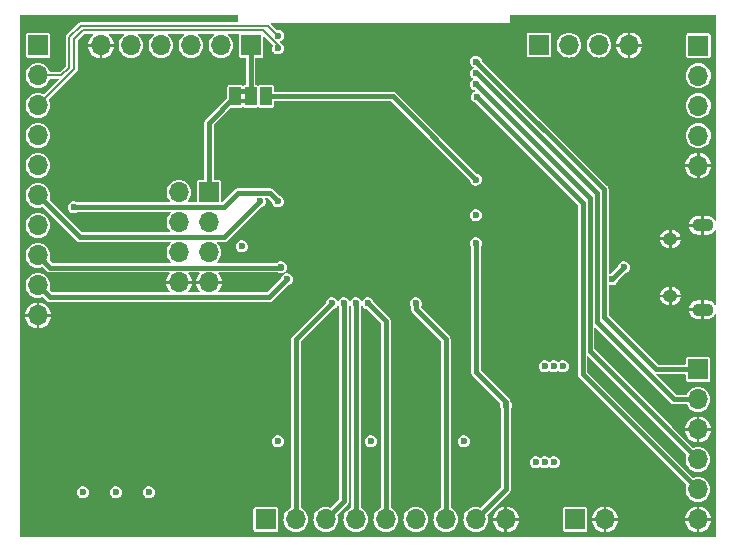
<source format=gbr>
%TF.GenerationSoftware,KiCad,Pcbnew,8.0.8*%
%TF.CreationDate,2025-02-03T11:58:04+00:00*%
%TF.ProjectId,FSC-BT1038B Barebones Breakout,4653432d-4254-4313-9033-384220426172,0.1*%
%TF.SameCoordinates,Original*%
%TF.FileFunction,Copper,L4,Bot*%
%TF.FilePolarity,Positive*%
%FSLAX46Y46*%
G04 Gerber Fmt 4.6, Leading zero omitted, Abs format (unit mm)*
G04 Created by KiCad (PCBNEW 8.0.8) date 2025-02-03 11:58:04*
%MOMM*%
%LPD*%
G01*
G04 APERTURE LIST*
%TA.AperFunction,EtchedComponent*%
%ADD10C,0.000000*%
%TD*%
%TA.AperFunction,ComponentPad*%
%ADD11R,1.700000X1.700000*%
%TD*%
%TA.AperFunction,ComponentPad*%
%ADD12O,1.700000X1.700000*%
%TD*%
%TA.AperFunction,ComponentPad*%
%ADD13O,1.800000X1.100000*%
%TD*%
%TA.AperFunction,ComponentPad*%
%ADD14O,1.250000X1.050000*%
%TD*%
%TA.AperFunction,SMDPad,CuDef*%
%ADD15R,1.000000X1.500000*%
%TD*%
%TA.AperFunction,ViaPad*%
%ADD16C,0.600000*%
%TD*%
%TA.AperFunction,Conductor*%
%ADD17C,0.400000*%
%TD*%
%TA.AperFunction,Conductor*%
%ADD18C,0.200000*%
%TD*%
G04 APERTURE END LIST*
D10*
%TA.AperFunction,EtchedComponent*%
%TO.C,JP1*%
G36*
X161622000Y-66348000D02*
G01*
X161122000Y-66348000D01*
X161122000Y-65948000D01*
X161622000Y-65948000D01*
X161622000Y-66348000D01*
G37*
%TD.AperFunction*%
%TA.AperFunction,EtchedComponent*%
G36*
X161622000Y-67148000D02*
G01*
X161122000Y-67148000D01*
X161122000Y-66748000D01*
X161622000Y-66748000D01*
X161622000Y-67148000D01*
G37*
%TD.AperFunction*%
%TD*%
D11*
%TO.P,J1,1,Pin_1*%
%TO.N,+3.3V*%
X158496000Y-74676000D03*
D12*
%TO.P,J1,2,Pin_2*%
%TO.N,/SPI_CLK*%
X155956000Y-74676000D03*
%TO.P,J1,3,Pin_3*%
%TO.N,/BT_TX*%
X158496000Y-77216000D03*
%TO.P,J1,4,Pin_4*%
%TO.N,/SPI_MISO*%
X155956000Y-77216000D03*
%TO.P,J1,5,Pin_5*%
%TO.N,/BT_RX*%
X158496000Y-79756000D03*
%TO.P,J1,6,Pin_6*%
%TO.N,/SPI_MOSI*%
X155956000Y-79756000D03*
%TO.P,J1,7,Pin_7*%
%TO.N,GND*%
X158496000Y-82296000D03*
%TO.P,J1,8,Pin_8*%
X155956000Y-82296000D03*
%TD*%
D11*
%TO.P,J5,1,Pin_1*%
%TO.N,/VBAT_IN*%
X189484000Y-102362000D03*
D12*
%TO.P,J5,2,Pin_2*%
%TO.N,GND*%
X192024000Y-102362000D03*
%TD*%
D13*
%TO.P,J2,6,Shield*%
%TO.N,GND*%
X200287000Y-84601000D03*
D14*
X197562000Y-83451000D03*
X197562000Y-78601000D03*
D13*
X200287000Y-77451000D03*
%TD*%
D11*
%TO.P,J4,1,Pin_1*%
%TO.N,/MIC_BIAS*%
X186436000Y-62205000D03*
D12*
%TO.P,J4,2,Pin_2*%
%TO.N,/MIC{slash}LINE_LN*%
X188976000Y-62205000D03*
%TO.P,J4,3,Pin_3*%
%TO.N,/MIC{slash}LINE_LP*%
X191516000Y-62205000D03*
%TO.P,J4,4,Pin_4*%
%TO.N,GND*%
X194056000Y-62205000D03*
%TD*%
D11*
%TO.P,J3,1,Pin_1*%
%TO.N,/MIC{slash}LINE_LN*%
X199923000Y-62260000D03*
D12*
%TO.P,J3,2,Pin_2*%
%TO.N,/MIC{slash}LINE_LP*%
X199923000Y-64800000D03*
%TO.P,J3,3,Pin_3*%
%TO.N,/LINE_RN*%
X199923000Y-67340000D03*
%TO.P,J3,4,Pin_4*%
%TO.N,/LINE_RP*%
X199923000Y-69880000D03*
%TO.P,J3,5,Pin_5*%
%TO.N,GND*%
X199923000Y-72420000D03*
%TD*%
D11*
%TO.P,J6,1,Pin_1*%
%TO.N,Net-(J6-Pin_1)*%
X162052000Y-62230000D03*
D12*
%TO.P,J6,2,Pin_2*%
%TO.N,/PCM_CLK*%
X159512000Y-62230000D03*
%TO.P,J6,3,Pin_3*%
%TO.N,/PCM_IN*%
X156972000Y-62230000D03*
%TO.P,J6,4,Pin_4*%
%TO.N,/PCM_OUT*%
X154432000Y-62230000D03*
%TO.P,J6,5,Pin_5*%
%TO.N,/PCM_SYNC*%
X151892000Y-62230000D03*
%TO.P,J6,6,Pin_6*%
%TO.N,GND*%
X149352000Y-62230000D03*
%TD*%
D11*
%TO.P,J8,1,Pin_1*%
%TO.N,+3.3V*%
X144018000Y-62230000D03*
D12*
%TO.P,J8,2,Pin_2*%
%TO.N,/AIO4*%
X144018000Y-64770000D03*
%TO.P,J8,3,Pin_3*%
%TO.N,/AIO5*%
X144018000Y-67310000D03*
%TO.P,J8,4,Pin_4*%
%TO.N,/RESET*%
X144018000Y-69850000D03*
%TO.P,J8,5,Pin_5*%
%TO.N,/PIO15*%
X144018000Y-72390000D03*
%TO.P,J8,6,Pin_6*%
%TO.N,/BT_CTS*%
X144018000Y-74930000D03*
%TO.P,J8,7,Pin_7*%
%TO.N,/BT_RTS*%
X144018000Y-77470000D03*
%TO.P,J8,8,Pin_8*%
%TO.N,/PIO26*%
X144018000Y-80010000D03*
%TO.P,J8,9,Pin_9*%
%TO.N,/PIO30*%
X144018000Y-82550000D03*
%TO.P,J8,10,Pin_10*%
%TO.N,GND*%
X144018000Y-85090000D03*
%TD*%
D11*
%TO.P,J7,1,Pin_1*%
%TO.N,/SPK_LP*%
X199898000Y-89662000D03*
D12*
%TO.P,J7,2,Pin_2*%
%TO.N,/SPK_LN*%
X199898000Y-92202000D03*
%TO.P,J7,3,Pin_3*%
%TO.N,GND*%
X199898000Y-94742000D03*
%TO.P,J7,4,Pin_4*%
%TO.N,/SPK_RP*%
X199898000Y-97282000D03*
%TO.P,J7,5,Pin_5*%
%TO.N,/SPK_RN*%
X199898000Y-99822000D03*
%TO.P,J7,6,Pin_6*%
%TO.N,GND*%
X199898000Y-102362000D03*
%TD*%
D11*
%TO.P,J9,1,Pin_1*%
%TO.N,+3.3V*%
X163312000Y-102362000D03*
D12*
%TO.P,J9,2,Pin_2*%
%TO.N,/PIO25*%
X165852000Y-102362000D03*
%TO.P,J9,3,Pin_3*%
%TO.N,/PIO24*%
X168392000Y-102362000D03*
%TO.P,J9,4,Pin_4*%
%TO.N,/PIO22*%
X170932000Y-102362000D03*
%TO.P,J9,5,Pin_5*%
%TO.N,/PIO23*%
X173472000Y-102362000D03*
%TO.P,J9,6,Pin_6*%
%TO.N,/VCGH_SENSE*%
X176012000Y-102362000D03*
%TO.P,J9,7,Pin_7*%
%TO.N,/CHG_EXT*%
X178552000Y-102362000D03*
%TO.P,J9,8,Pin_8*%
%TO.N,/SYS_CTRL*%
X181092000Y-102362000D03*
%TO.P,J9,9,Pin_9*%
%TO.N,GND*%
X183632000Y-102362000D03*
%TD*%
D15*
%TO.P,JP1,1,A*%
%TO.N,+3.3V*%
X160722000Y-66548000D03*
%TO.P,JP1,2,C*%
%TO.N,Net-(J6-Pin_1)*%
X162022000Y-66548000D03*
%TO.P,JP1,3,B*%
%TO.N,+5V*%
X163322000Y-66548000D03*
%TD*%
D16*
%TO.N,GND*%
X166624000Y-84074000D03*
X186182000Y-78994000D03*
X181102000Y-61620400D03*
X181102000Y-62598000D03*
X185166000Y-78994000D03*
X189230000Y-86106000D03*
X182372000Y-82296000D03*
X181102000Y-60598000D03*
X187960000Y-86106000D03*
%TO.N,+5V*%
X181102000Y-73598000D03*
%TO.N,+3.3V*%
X164338000Y-95758000D03*
X186944000Y-89408000D03*
X153416000Y-100076000D03*
X172212000Y-95758000D03*
X188468000Y-89408000D03*
X181102000Y-76598000D03*
X186182000Y-97536000D03*
X187706000Y-89408000D03*
X147828000Y-100076000D03*
X187706000Y-97536000D03*
X186944000Y-97536000D03*
X161290000Y-79248000D03*
X180086000Y-95758000D03*
X150622000Y-100076000D03*
%TO.N,/D+*%
X193628000Y-81026000D03*
X192625025Y-82028975D03*
%TO.N,/SPK_LP*%
X181102000Y-63598000D03*
%TO.N,/SPK_RN*%
X181152000Y-66598000D03*
%TO.N,/SPK_LN*%
X181102000Y-64598000D03*
%TO.N,/SPK_RP*%
X181102000Y-65532000D03*
%TO.N,/PIO26*%
X164592000Y-81026000D03*
%TO.N,/PIO30*%
X165100000Y-82042000D03*
%TO.N,/AIO5*%
X164338000Y-62484000D03*
%TO.N,/BT_RTS*%
X147066000Y-75926000D03*
X164338000Y-75438000D03*
%TO.N,/AIO4*%
X164381265Y-61424735D03*
%TO.N,/BT_CTS*%
X162814000Y-75438000D03*
%TO.N,/PIO25*%
X168910000Y-84074000D03*
%TO.N,/CHG_EXT*%
X176022000Y-84074000D03*
%TO.N,/PIO24*%
X169926000Y-84074000D03*
%TO.N,/PIO22*%
X170942000Y-84074000D03*
%TO.N,/PIO23*%
X171958000Y-84074000D03*
%TO.N,/SYS_CTRL*%
X183642000Y-92710000D03*
X181102000Y-78994000D03*
%TD*%
D17*
%TO.N,+5V*%
X163322000Y-66548000D02*
X174052000Y-66548000D01*
X174052000Y-66548000D02*
X181102000Y-73598000D01*
%TO.N,+3.3V*%
X158496000Y-74676000D02*
X158496000Y-68774000D01*
X158496000Y-68774000D02*
X160722000Y-66548000D01*
%TO.N,/D+*%
X193628000Y-81026000D02*
X192625025Y-82028975D01*
%TO.N,Net-(J6-Pin_1)*%
X162022000Y-62260000D02*
X162052000Y-62230000D01*
X162022000Y-66548000D02*
X162022000Y-62260000D01*
X162052000Y-66518000D02*
X162022000Y-66548000D01*
%TO.N,/SPK_LP*%
X181102000Y-63598000D02*
X181200000Y-63598000D01*
X191925025Y-74421025D02*
X191925025Y-85245025D01*
X191925025Y-85245025D02*
X196342000Y-89662000D01*
X196342000Y-89662000D02*
X199898000Y-89662000D01*
X181102000Y-63598000D02*
X191925025Y-74421025D01*
%TO.N,/SPK_RN*%
X190125025Y-90049025D02*
X199898000Y-99822000D01*
X190125025Y-75571025D02*
X190125025Y-90049025D01*
X181152000Y-66598000D02*
X190125025Y-75571025D01*
%TO.N,/SPK_LN*%
X181102000Y-64598000D02*
X181157950Y-64598000D01*
X191325025Y-74765075D02*
X191325025Y-85661025D01*
X191325025Y-85661025D02*
X197866000Y-92202000D01*
X197866000Y-92202000D02*
X199898000Y-92202000D01*
X181157950Y-64598000D02*
X191325025Y-74765075D01*
%TO.N,/SPK_RP*%
X190725025Y-75155025D02*
X190725025Y-88109025D01*
X190725025Y-88109025D02*
X199898000Y-97282000D01*
X181102000Y-65532000D02*
X190725025Y-75155025D01*
%TO.N,/PIO26*%
X164592000Y-81026000D02*
X164572000Y-81046000D01*
X164572000Y-81046000D02*
X145054000Y-81046000D01*
X145054000Y-81046000D02*
X144018000Y-80010000D01*
%TO.N,/PIO30*%
X145014000Y-83546000D02*
X144018000Y-82550000D01*
X165100000Y-82042000D02*
X163596000Y-83546000D01*
X163596000Y-83546000D02*
X145014000Y-83546000D01*
D18*
%TO.N,/AIO5*%
X147066000Y-62484000D02*
X147066000Y-61722000D01*
X163068000Y-60960000D02*
X164338000Y-62230000D01*
X162560000Y-60960000D02*
X163068000Y-60960000D01*
X147828000Y-60960000D02*
X162560000Y-60960000D01*
X147066000Y-61722000D02*
X147828000Y-60960000D01*
X147066000Y-64262000D02*
X147066000Y-62484000D01*
X144018000Y-67310000D02*
X147066000Y-64262000D01*
X164338000Y-62230000D02*
X164338000Y-62484000D01*
D17*
%TO.N,/BT_RTS*%
X147066000Y-75926000D02*
X159786000Y-75926000D01*
X160974000Y-74738000D02*
X163638000Y-74738000D01*
X163638000Y-74738000D02*
X164338000Y-75438000D01*
X159786000Y-75926000D02*
X160974000Y-74738000D01*
D18*
%TO.N,/AIO4*%
X163516530Y-60560000D02*
X164381265Y-61424735D01*
X145992314Y-64770000D02*
X146656157Y-64106157D01*
X144018000Y-64770000D02*
X145992314Y-64770000D01*
X146656157Y-64106157D02*
X146666000Y-64096314D01*
X146666000Y-61556314D02*
X147662314Y-60560000D01*
X146666000Y-64096314D02*
X146666000Y-61556314D01*
X150622000Y-60560000D02*
X163516530Y-60560000D01*
X147662314Y-60560000D02*
X150622000Y-60560000D01*
D17*
%TO.N,/BT_CTS*%
X162814000Y-75438000D02*
X159786000Y-78466000D01*
X147554000Y-78466000D02*
X144018000Y-74930000D01*
X159786000Y-78466000D02*
X147554000Y-78466000D01*
%TO.N,/PIO25*%
X165852000Y-87132000D02*
X165852000Y-102362000D01*
X168910000Y-84074000D02*
X165852000Y-87132000D01*
%TO.N,/CHG_EXT*%
X176022000Y-84582000D02*
X178552000Y-87112000D01*
X176022000Y-84074000D02*
X176022000Y-84582000D01*
X178552000Y-87112000D02*
X178552000Y-102362000D01*
%TO.N,/PIO24*%
X169926000Y-100828000D02*
X168392000Y-102362000D01*
X169926000Y-84074000D02*
X169926000Y-100828000D01*
%TO.N,/PIO22*%
X170942000Y-85090000D02*
X170932000Y-85100000D01*
X170932000Y-85100000D02*
X170932000Y-102362000D01*
X170942000Y-84074000D02*
X170942000Y-85090000D01*
%TO.N,/PIO23*%
X171958000Y-84074000D02*
X173472000Y-85588000D01*
X173472000Y-85588000D02*
X173472000Y-102362000D01*
%TO.N,/SYS_CTRL*%
X181102000Y-89916000D02*
X181102000Y-78994000D01*
X183642000Y-99812000D02*
X181092000Y-102362000D01*
X183642000Y-92710000D02*
X183642000Y-99812000D01*
X183642000Y-92456000D02*
X181102000Y-89916000D01*
X183642000Y-92710000D02*
X183642000Y-92456000D01*
%TD*%
%TA.AperFunction,Conductor*%
%TO.N,GND*%
G36*
X160951648Y-59696852D02*
G01*
X160966000Y-59731500D01*
X160966000Y-60210500D01*
X160951648Y-60245148D01*
X160917000Y-60259500D01*
X147622749Y-60259500D01*
X147546327Y-60279977D01*
X147546324Y-60279978D01*
X147477802Y-60319540D01*
X147477802Y-60319541D01*
X146425541Y-61371802D01*
X146425540Y-61371802D01*
X146385979Y-61440322D01*
X146385979Y-61440324D01*
X146365500Y-61516750D01*
X146365500Y-63951547D01*
X146351148Y-63986195D01*
X145882195Y-64455148D01*
X145847547Y-64469500D01*
X145060955Y-64469500D01*
X145026307Y-64455148D01*
X145014065Y-64434724D01*
X144996855Y-64377991D01*
X144993232Y-64366046D01*
X144895685Y-64183550D01*
X144764410Y-64023590D01*
X144604450Y-63892315D01*
X144421954Y-63794768D01*
X144223934Y-63734700D01*
X144018000Y-63714417D01*
X143812065Y-63734700D01*
X143812064Y-63734700D01*
X143614043Y-63794769D01*
X143431548Y-63892316D01*
X143271590Y-64023590D01*
X143140316Y-64183548D01*
X143042769Y-64366043D01*
X142982700Y-64564064D01*
X142982700Y-64564065D01*
X142962417Y-64769999D01*
X142962417Y-64770000D01*
X142982700Y-64975934D01*
X142982700Y-64975935D01*
X142997213Y-65023779D01*
X143042768Y-65173954D01*
X143140315Y-65356450D01*
X143271590Y-65516410D01*
X143431550Y-65647685D01*
X143614046Y-65745232D01*
X143812066Y-65805300D01*
X144018000Y-65825583D01*
X144223934Y-65805300D01*
X144421954Y-65745232D01*
X144604450Y-65647685D01*
X144764410Y-65516410D01*
X144895685Y-65356450D01*
X144993232Y-65173954D01*
X145014065Y-65105276D01*
X145037857Y-65076286D01*
X145060955Y-65070500D01*
X145714233Y-65070500D01*
X145748881Y-65084852D01*
X145763233Y-65119500D01*
X145748881Y-65154148D01*
X144542994Y-66360033D01*
X144508346Y-66374385D01*
X144485248Y-66368599D01*
X144421962Y-66334772D01*
X144421959Y-66334771D01*
X144421954Y-66334768D01*
X144223934Y-66274700D01*
X144018000Y-66254417D01*
X143812065Y-66274700D01*
X143812064Y-66274700D01*
X143647490Y-66324623D01*
X143614050Y-66334767D01*
X143614043Y-66334769D01*
X143431548Y-66432316D01*
X143271590Y-66563590D01*
X143140316Y-66723548D01*
X143042769Y-66906043D01*
X142982700Y-67104064D01*
X142982700Y-67104065D01*
X142962417Y-67309999D01*
X142962417Y-67310000D01*
X142982700Y-67515934D01*
X142982700Y-67515935D01*
X143008855Y-67602158D01*
X143042768Y-67713954D01*
X143140315Y-67896450D01*
X143271590Y-68056410D01*
X143431550Y-68187685D01*
X143614046Y-68285232D01*
X143812066Y-68345300D01*
X144018000Y-68365583D01*
X144223934Y-68345300D01*
X144421954Y-68285232D01*
X144604450Y-68187685D01*
X144764410Y-68056410D01*
X144895685Y-67896450D01*
X144993232Y-67713954D01*
X145053300Y-67515934D01*
X145073583Y-67310000D01*
X145053300Y-67104066D01*
X144993232Y-66906046D01*
X144959398Y-66842748D01*
X144955723Y-66805429D01*
X144967963Y-66785006D01*
X147306460Y-64446511D01*
X147308249Y-64443412D01*
X147346021Y-64377989D01*
X147366500Y-64301562D01*
X147366500Y-62444438D01*
X147366500Y-61866767D01*
X147380852Y-61832119D01*
X147938119Y-61274852D01*
X147972767Y-61260500D01*
X148656491Y-61260500D01*
X148691139Y-61274852D01*
X148705491Y-61309500D01*
X148691139Y-61344148D01*
X148686923Y-61347815D01*
X148535607Y-61485759D01*
X148535604Y-61485762D01*
X148412755Y-61648442D01*
X148412752Y-61648446D01*
X148321884Y-61830935D01*
X148321883Y-61830936D01*
X148266098Y-62027004D01*
X148266096Y-62027013D01*
X148258870Y-62104999D01*
X148258870Y-62105000D01*
X148867856Y-62105000D01*
X148852000Y-62164174D01*
X148852000Y-62295826D01*
X148867856Y-62355000D01*
X148258870Y-62355000D01*
X148266096Y-62432986D01*
X148266098Y-62432995D01*
X148321883Y-62629063D01*
X148321884Y-62629064D01*
X148412752Y-62811553D01*
X148412755Y-62811557D01*
X148535604Y-62974237D01*
X148535607Y-62974240D01*
X148686257Y-63111576D01*
X148859590Y-63218900D01*
X149049674Y-63292538D01*
X149227000Y-63325686D01*
X149227000Y-62714144D01*
X149286174Y-62730000D01*
X149417826Y-62730000D01*
X149477000Y-62714144D01*
X149477000Y-63325685D01*
X149654325Y-63292538D01*
X149844409Y-63218900D01*
X150017742Y-63111576D01*
X150168392Y-62974240D01*
X150168395Y-62974237D01*
X150291244Y-62811557D01*
X150291247Y-62811553D01*
X150382115Y-62629064D01*
X150382116Y-62629063D01*
X150437901Y-62432995D01*
X150437903Y-62432986D01*
X150445129Y-62355000D01*
X149836144Y-62355000D01*
X149852000Y-62295826D01*
X149852000Y-62164174D01*
X149836144Y-62105000D01*
X150445130Y-62105000D01*
X150445129Y-62104999D01*
X150437903Y-62027013D01*
X150437901Y-62027004D01*
X150382116Y-61830936D01*
X150382115Y-61830935D01*
X150291247Y-61648446D01*
X150291244Y-61648442D01*
X150168395Y-61485762D01*
X150168392Y-61485759D01*
X150016064Y-61346893D01*
X150016620Y-61346282D01*
X149998981Y-61316281D01*
X150008399Y-61279980D01*
X150040728Y-61260972D01*
X150047509Y-61260500D01*
X151281705Y-61260500D01*
X151316353Y-61274852D01*
X151330705Y-61309500D01*
X151316353Y-61344148D01*
X151307416Y-61350776D01*
X151307551Y-61350978D01*
X151305551Y-61352313D01*
X151145590Y-61483590D01*
X151014316Y-61643548D01*
X150916769Y-61826043D01*
X150856700Y-62024064D01*
X150856700Y-62024065D01*
X150836417Y-62229999D01*
X150836417Y-62230000D01*
X150856700Y-62435934D01*
X150856700Y-62435935D01*
X150871280Y-62484000D01*
X150916768Y-62633954D01*
X151014315Y-62816450D01*
X151145590Y-62976410D01*
X151305550Y-63107685D01*
X151488046Y-63205232D01*
X151686066Y-63265300D01*
X151892000Y-63285583D01*
X152097934Y-63265300D01*
X152295954Y-63205232D01*
X152478450Y-63107685D01*
X152638410Y-62976410D01*
X152769685Y-62816450D01*
X152867232Y-62633954D01*
X152927300Y-62435934D01*
X152947583Y-62230000D01*
X152927300Y-62024066D01*
X152867232Y-61826046D01*
X152769685Y-61643550D01*
X152638410Y-61483590D01*
X152524677Y-61390252D01*
X152478448Y-61352313D01*
X152476449Y-61350978D01*
X152477042Y-61350089D01*
X152455405Y-61323725D01*
X152459081Y-61286402D01*
X152488070Y-61262610D01*
X152502295Y-61260500D01*
X153821705Y-61260500D01*
X153856353Y-61274852D01*
X153870705Y-61309500D01*
X153856353Y-61344148D01*
X153847416Y-61350776D01*
X153847551Y-61350978D01*
X153845551Y-61352313D01*
X153685590Y-61483590D01*
X153554316Y-61643548D01*
X153456769Y-61826043D01*
X153396700Y-62024064D01*
X153396700Y-62024065D01*
X153376417Y-62229999D01*
X153376417Y-62230000D01*
X153396700Y-62435934D01*
X153396700Y-62435935D01*
X153411280Y-62484000D01*
X153456768Y-62633954D01*
X153554315Y-62816450D01*
X153685590Y-62976410D01*
X153845550Y-63107685D01*
X154028046Y-63205232D01*
X154226066Y-63265300D01*
X154432000Y-63285583D01*
X154637934Y-63265300D01*
X154835954Y-63205232D01*
X155018450Y-63107685D01*
X155178410Y-62976410D01*
X155309685Y-62816450D01*
X155407232Y-62633954D01*
X155467300Y-62435934D01*
X155487583Y-62230000D01*
X155467300Y-62024066D01*
X155407232Y-61826046D01*
X155309685Y-61643550D01*
X155178410Y-61483590D01*
X155064677Y-61390252D01*
X155018448Y-61352313D01*
X155016449Y-61350978D01*
X155017042Y-61350089D01*
X154995405Y-61323725D01*
X154999081Y-61286402D01*
X155028070Y-61262610D01*
X155042295Y-61260500D01*
X156361705Y-61260500D01*
X156396353Y-61274852D01*
X156410705Y-61309500D01*
X156396353Y-61344148D01*
X156387416Y-61350776D01*
X156387551Y-61350978D01*
X156385551Y-61352313D01*
X156225590Y-61483590D01*
X156094316Y-61643548D01*
X155996769Y-61826043D01*
X155936700Y-62024064D01*
X155936700Y-62024065D01*
X155916417Y-62229999D01*
X155916417Y-62230000D01*
X155936700Y-62435934D01*
X155936700Y-62435935D01*
X155951280Y-62484000D01*
X155996768Y-62633954D01*
X156094315Y-62816450D01*
X156225590Y-62976410D01*
X156385550Y-63107685D01*
X156568046Y-63205232D01*
X156766066Y-63265300D01*
X156972000Y-63285583D01*
X157177934Y-63265300D01*
X157375954Y-63205232D01*
X157558450Y-63107685D01*
X157718410Y-62976410D01*
X157849685Y-62816450D01*
X157947232Y-62633954D01*
X158007300Y-62435934D01*
X158027583Y-62230000D01*
X158007300Y-62024066D01*
X157947232Y-61826046D01*
X157849685Y-61643550D01*
X157718410Y-61483590D01*
X157604677Y-61390252D01*
X157558448Y-61352313D01*
X157556449Y-61350978D01*
X157557042Y-61350089D01*
X157535405Y-61323725D01*
X157539081Y-61286402D01*
X157568070Y-61262610D01*
X157582295Y-61260500D01*
X158901705Y-61260500D01*
X158936353Y-61274852D01*
X158950705Y-61309500D01*
X158936353Y-61344148D01*
X158927416Y-61350776D01*
X158927551Y-61350978D01*
X158925551Y-61352313D01*
X158765590Y-61483590D01*
X158634316Y-61643548D01*
X158536769Y-61826043D01*
X158476700Y-62024064D01*
X158476700Y-62024065D01*
X158456417Y-62229999D01*
X158456417Y-62230000D01*
X158476700Y-62435934D01*
X158476700Y-62435935D01*
X158491280Y-62484000D01*
X158536768Y-62633954D01*
X158634315Y-62816450D01*
X158765590Y-62976410D01*
X158925550Y-63107685D01*
X159108046Y-63205232D01*
X159306066Y-63265300D01*
X159512000Y-63285583D01*
X159717934Y-63265300D01*
X159915954Y-63205232D01*
X160098450Y-63107685D01*
X160258410Y-62976410D01*
X160389685Y-62816450D01*
X160487232Y-62633954D01*
X160547300Y-62435934D01*
X160567583Y-62230000D01*
X160547300Y-62024066D01*
X160487232Y-61826046D01*
X160389685Y-61643550D01*
X160258410Y-61483590D01*
X160144677Y-61390252D01*
X160098448Y-61352313D01*
X160096449Y-61350978D01*
X160097042Y-61350089D01*
X160075405Y-61323725D01*
X160079081Y-61286402D01*
X160108070Y-61262610D01*
X160122295Y-61260500D01*
X160961635Y-61260500D01*
X160996283Y-61274852D01*
X161010635Y-61309500D01*
X161009694Y-61319057D01*
X161001500Y-61360252D01*
X161001500Y-63099748D01*
X161013133Y-63158231D01*
X161027833Y-63180230D01*
X161057447Y-63224552D01*
X161081015Y-63240299D01*
X161123769Y-63268867D01*
X161182252Y-63280500D01*
X161572500Y-63280500D01*
X161607148Y-63294852D01*
X161621500Y-63329500D01*
X161621500Y-65548500D01*
X161607148Y-65583148D01*
X161572500Y-65597500D01*
X161502252Y-65597500D01*
X161443769Y-65609133D01*
X161399223Y-65638898D01*
X161362441Y-65646214D01*
X161344777Y-65638898D01*
X161335646Y-65632797D01*
X161300231Y-65609133D01*
X161241748Y-65597500D01*
X160202252Y-65597500D01*
X160143769Y-65609133D01*
X160077447Y-65653447D01*
X160033133Y-65719769D01*
X160021500Y-65778252D01*
X160021500Y-65778255D01*
X160021500Y-66661811D01*
X160007148Y-66696459D01*
X158175521Y-68528086D01*
X158175520Y-68528086D01*
X158122793Y-68619410D01*
X158121124Y-68625642D01*
X158121123Y-68625641D01*
X158121123Y-68625645D01*
X158095500Y-68721269D01*
X158095500Y-73576500D01*
X158081148Y-73611148D01*
X158046500Y-73625500D01*
X157626252Y-73625500D01*
X157567769Y-73637133D01*
X157501447Y-73681447D01*
X157462021Y-73740454D01*
X157457133Y-73747769D01*
X157445500Y-73806252D01*
X157445500Y-73806255D01*
X157445500Y-75476500D01*
X157431148Y-75511148D01*
X157396500Y-75525500D01*
X156713740Y-75525500D01*
X156679092Y-75511148D01*
X156664740Y-75476500D01*
X156679092Y-75441852D01*
X156682655Y-75438623D01*
X156693401Y-75429803D01*
X156702410Y-75422410D01*
X156833685Y-75262450D01*
X156931232Y-75079954D01*
X156991300Y-74881934D01*
X157011583Y-74676000D01*
X156991300Y-74470066D01*
X156931232Y-74272046D01*
X156833685Y-74089550D01*
X156702410Y-73929590D01*
X156542450Y-73798315D01*
X156359954Y-73700768D01*
X156161934Y-73640700D01*
X155956000Y-73620417D01*
X155750065Y-73640700D01*
X155750064Y-73640700D01*
X155552043Y-73700769D01*
X155369548Y-73798316D01*
X155209590Y-73929590D01*
X155078316Y-74089548D01*
X154980769Y-74272043D01*
X154920700Y-74470064D01*
X154920700Y-74470065D01*
X154900417Y-74675999D01*
X154900417Y-74676000D01*
X154920700Y-74881934D01*
X154920700Y-74881935D01*
X154937859Y-74938500D01*
X154980768Y-75079954D01*
X155078315Y-75262450D01*
X155157115Y-75358469D01*
X155209592Y-75422412D01*
X155229345Y-75438623D01*
X155247024Y-75471697D01*
X155236137Y-75507585D01*
X155203063Y-75525264D01*
X155198260Y-75525500D01*
X147382951Y-75525500D01*
X147356460Y-75517721D01*
X147276053Y-75466047D01*
X147137965Y-75425500D01*
X147137961Y-75425500D01*
X146994039Y-75425500D01*
X146994034Y-75425500D01*
X146855949Y-75466046D01*
X146855947Y-75466046D01*
X146855947Y-75466047D01*
X146839682Y-75476500D01*
X146734871Y-75543857D01*
X146640625Y-75652623D01*
X146640624Y-75652625D01*
X146580833Y-75783545D01*
X146560353Y-75925997D01*
X146560353Y-75926002D01*
X146580833Y-76068454D01*
X146612616Y-76138046D01*
X146640623Y-76199373D01*
X146640624Y-76199374D01*
X146640625Y-76199376D01*
X146654906Y-76215857D01*
X146734872Y-76308143D01*
X146855947Y-76385953D01*
X146932785Y-76408514D01*
X146994034Y-76426499D01*
X146994037Y-76426499D01*
X146994039Y-76426500D01*
X146994040Y-76426500D01*
X147137960Y-76426500D01*
X147137961Y-76426500D01*
X147137963Y-76426499D01*
X147137965Y-76426499D01*
X147179112Y-76414417D01*
X147276053Y-76385953D01*
X147346232Y-76340852D01*
X147356460Y-76334279D01*
X147382951Y-76326500D01*
X155247001Y-76326500D01*
X155281649Y-76340852D01*
X155296001Y-76375500D01*
X155281649Y-76410148D01*
X155278096Y-76413368D01*
X155226704Y-76455545D01*
X155209590Y-76469590D01*
X155078316Y-76629548D01*
X154980769Y-76812043D01*
X154920700Y-77010064D01*
X154920700Y-77010065D01*
X154920700Y-77010066D01*
X154900417Y-77216000D01*
X154920700Y-77421934D01*
X154980768Y-77619954D01*
X155078315Y-77802450D01*
X155208407Y-77960969D01*
X155209592Y-77962412D01*
X155229345Y-77978623D01*
X155247024Y-78011697D01*
X155236137Y-78047585D01*
X155203063Y-78065264D01*
X155198260Y-78065500D01*
X147740189Y-78065500D01*
X147705541Y-78051148D01*
X145012862Y-75358469D01*
X144998510Y-75323821D01*
X145000619Y-75309600D01*
X145053300Y-75135934D01*
X145073583Y-74930000D01*
X145053300Y-74724066D01*
X144993232Y-74526046D01*
X144895685Y-74343550D01*
X144764410Y-74183590D01*
X144604450Y-74052315D01*
X144421954Y-73954768D01*
X144223934Y-73894700D01*
X144018000Y-73874417D01*
X143812065Y-73894700D01*
X143812064Y-73894700D01*
X143614043Y-73954769D01*
X143431548Y-74052316D01*
X143271590Y-74183590D01*
X143140316Y-74343548D01*
X143042769Y-74526043D01*
X142982700Y-74724064D01*
X142982700Y-74724065D01*
X142962417Y-74929999D01*
X142962417Y-74930000D01*
X142982700Y-75135934D01*
X142982700Y-75135935D01*
X142991403Y-75164625D01*
X143042768Y-75333954D01*
X143140315Y-75516450D01*
X143271590Y-75676410D01*
X143431550Y-75807685D01*
X143614046Y-75905232D01*
X143812066Y-75965300D01*
X144018000Y-75985583D01*
X144223934Y-75965300D01*
X144397598Y-75912620D01*
X144434919Y-75916296D01*
X144446469Y-75924862D01*
X147308087Y-78786480D01*
X147332464Y-78800554D01*
X147399410Y-78839206D01*
X147399412Y-78839207D01*
X147501269Y-78866499D01*
X147501270Y-78866500D01*
X147501273Y-78866500D01*
X155247001Y-78866500D01*
X155281649Y-78880852D01*
X155296001Y-78915500D01*
X155281649Y-78950148D01*
X155278096Y-78953368D01*
X155228587Y-78994000D01*
X155209590Y-79009590D01*
X155078316Y-79169548D01*
X154980769Y-79352043D01*
X154920700Y-79550064D01*
X154920700Y-79550065D01*
X154920700Y-79550066D01*
X154900417Y-79756000D01*
X154920700Y-79961934D01*
X154980768Y-80159954D01*
X155078315Y-80342450D01*
X155209590Y-80502410D01*
X155278086Y-80558623D01*
X155295765Y-80591697D01*
X155284879Y-80627585D01*
X155251804Y-80645264D01*
X155247001Y-80645500D01*
X145240189Y-80645500D01*
X145205541Y-80631148D01*
X145012862Y-80438469D01*
X144998510Y-80403821D01*
X145000619Y-80389600D01*
X145053300Y-80215934D01*
X145073583Y-80010000D01*
X145053300Y-79804066D01*
X144993232Y-79606046D01*
X144895685Y-79423550D01*
X144764410Y-79263590D01*
X144604450Y-79132315D01*
X144421954Y-79034768D01*
X144223934Y-78974700D01*
X144018000Y-78954417D01*
X143812065Y-78974700D01*
X143812064Y-78974700D01*
X143614043Y-79034769D01*
X143431548Y-79132316D01*
X143271590Y-79263590D01*
X143140316Y-79423548D01*
X143042769Y-79606043D01*
X142982700Y-79804064D01*
X142982700Y-79804065D01*
X142982700Y-79804066D01*
X142962417Y-80010000D01*
X142982700Y-80215934D01*
X143042768Y-80413954D01*
X143140315Y-80596450D01*
X143271590Y-80756410D01*
X143431550Y-80887685D01*
X143614046Y-80985232D01*
X143812066Y-81045300D01*
X144018000Y-81065583D01*
X144223934Y-81045300D01*
X144397598Y-80992620D01*
X144434919Y-80996296D01*
X144446469Y-81004862D01*
X144808087Y-81366480D01*
X144874938Y-81405077D01*
X144899410Y-81419206D01*
X144899412Y-81419207D01*
X145001269Y-81446499D01*
X145001270Y-81446500D01*
X145001273Y-81446500D01*
X145106727Y-81446500D01*
X155128589Y-81446500D01*
X155163237Y-81460852D01*
X155177589Y-81495500D01*
X155163237Y-81530148D01*
X155161600Y-81531712D01*
X155139603Y-81551764D01*
X155016755Y-81714442D01*
X155016752Y-81714446D01*
X154925884Y-81896935D01*
X154925883Y-81896936D01*
X154870098Y-82093004D01*
X154870096Y-82093013D01*
X154862870Y-82170999D01*
X154862870Y-82171000D01*
X155471856Y-82171000D01*
X155456000Y-82230174D01*
X155456000Y-82361826D01*
X155471856Y-82421000D01*
X154862870Y-82421000D01*
X154870096Y-82498986D01*
X154870098Y-82498995D01*
X154925883Y-82695063D01*
X154925884Y-82695064D01*
X155016752Y-82877553D01*
X155016755Y-82877557D01*
X155139603Y-83040235D01*
X155161600Y-83060288D01*
X155177537Y-83094237D01*
X155164801Y-83129511D01*
X155130852Y-83145448D01*
X155128589Y-83145500D01*
X145200188Y-83145500D01*
X145165540Y-83131148D01*
X145012862Y-82978469D01*
X144998510Y-82943821D01*
X145000619Y-82929600D01*
X145053300Y-82755934D01*
X145073583Y-82550000D01*
X145053300Y-82344066D01*
X144993232Y-82146046D01*
X144895685Y-81963550D01*
X144764410Y-81803590D01*
X144604450Y-81672315D01*
X144421954Y-81574768D01*
X144223934Y-81514700D01*
X144018000Y-81494417D01*
X143812065Y-81514700D01*
X143812064Y-81514700D01*
X143614043Y-81574769D01*
X143431548Y-81672316D01*
X143271590Y-81803590D01*
X143140316Y-81963548D01*
X143042769Y-82146043D01*
X142982700Y-82344064D01*
X142982700Y-82344065D01*
X142964439Y-82529475D01*
X142962417Y-82550000D01*
X142982700Y-82755934D01*
X143042768Y-82953954D01*
X143140315Y-83136450D01*
X143271590Y-83296410D01*
X143431550Y-83427685D01*
X143614046Y-83525232D01*
X143812066Y-83585300D01*
X144018000Y-83605583D01*
X144223934Y-83585300D01*
X144397598Y-83532620D01*
X144434919Y-83536296D01*
X144446469Y-83544862D01*
X144691804Y-83790196D01*
X144691809Y-83790202D01*
X144693520Y-83791913D01*
X144768087Y-83866480D01*
X144798339Y-83883946D01*
X144859410Y-83919206D01*
X144859412Y-83919206D01*
X144859413Y-83919207D01*
X144893366Y-83928305D01*
X144961271Y-83946501D01*
X144961273Y-83946501D01*
X145069724Y-83946501D01*
X145069740Y-83946500D01*
X163648730Y-83946500D01*
X163648730Y-83946499D01*
X163750588Y-83919207D01*
X163841913Y-83866480D01*
X165154528Y-82553864D01*
X165175367Y-82541499D01*
X165310053Y-82501953D01*
X165431128Y-82424143D01*
X165525377Y-82315373D01*
X165585165Y-82184457D01*
X165585165Y-82184455D01*
X165585166Y-82184454D01*
X165605647Y-82042002D01*
X165605647Y-82041997D01*
X165585166Y-81899545D01*
X165580751Y-81889879D01*
X165525377Y-81768627D01*
X165431128Y-81659857D01*
X165310053Y-81582047D01*
X165310050Y-81582046D01*
X165171965Y-81541500D01*
X165171961Y-81541500D01*
X165028039Y-81541500D01*
X165028034Y-81541500D01*
X164889949Y-81582046D01*
X164889947Y-81582046D01*
X164889947Y-81582047D01*
X164852722Y-81605969D01*
X164768871Y-81659857D01*
X164674625Y-81768623D01*
X164674624Y-81768625D01*
X164614835Y-81899542D01*
X164606874Y-81954911D01*
X164593021Y-81982585D01*
X163444459Y-83131148D01*
X163409811Y-83145500D01*
X159323411Y-83145500D01*
X159288763Y-83131148D01*
X159274411Y-83096500D01*
X159288763Y-83061852D01*
X159290400Y-83060288D01*
X159312396Y-83040235D01*
X159435244Y-82877557D01*
X159435247Y-82877553D01*
X159526115Y-82695064D01*
X159526116Y-82695063D01*
X159581901Y-82498995D01*
X159581903Y-82498986D01*
X159589129Y-82421000D01*
X158980144Y-82421000D01*
X158996000Y-82361826D01*
X158996000Y-82230174D01*
X158980144Y-82171000D01*
X159589130Y-82171000D01*
X159589129Y-82170999D01*
X159581903Y-82093013D01*
X159581901Y-82093004D01*
X159526116Y-81896936D01*
X159526115Y-81896935D01*
X159435247Y-81714446D01*
X159435244Y-81714442D01*
X159312396Y-81551764D01*
X159290400Y-81531712D01*
X159274463Y-81497763D01*
X159287199Y-81462489D01*
X159321148Y-81446552D01*
X159323411Y-81446500D01*
X164306170Y-81446500D01*
X164332660Y-81454278D01*
X164381947Y-81485953D01*
X164422169Y-81497763D01*
X164520034Y-81526499D01*
X164520037Y-81526499D01*
X164520039Y-81526500D01*
X164520040Y-81526500D01*
X164663960Y-81526500D01*
X164663961Y-81526500D01*
X164663963Y-81526499D01*
X164663965Y-81526499D01*
X164686795Y-81519795D01*
X164802053Y-81485953D01*
X164923128Y-81408143D01*
X165017377Y-81299373D01*
X165077165Y-81168457D01*
X165077165Y-81168455D01*
X165077166Y-81168454D01*
X165097647Y-81026002D01*
X165097647Y-81025997D01*
X165077166Y-80883545D01*
X165072751Y-80873879D01*
X165017377Y-80752627D01*
X164923128Y-80643857D01*
X164802053Y-80566047D01*
X164802050Y-80566046D01*
X164663965Y-80525500D01*
X164663961Y-80525500D01*
X164520039Y-80525500D01*
X164520034Y-80525500D01*
X164381949Y-80566046D01*
X164270418Y-80637722D01*
X164243927Y-80645500D01*
X159204999Y-80645500D01*
X159170351Y-80631148D01*
X159155999Y-80596500D01*
X159170351Y-80561852D01*
X159173903Y-80558631D01*
X159242410Y-80502410D01*
X159373685Y-80342450D01*
X159471232Y-80159954D01*
X159531300Y-79961934D01*
X159551583Y-79756000D01*
X159531300Y-79550066D01*
X159471232Y-79352046D01*
X159415616Y-79247997D01*
X160784353Y-79247997D01*
X160784353Y-79248002D01*
X160804833Y-79390454D01*
X160819947Y-79423548D01*
X160864623Y-79521373D01*
X160864624Y-79521374D01*
X160864625Y-79521376D01*
X160889485Y-79550066D01*
X160958872Y-79630143D01*
X161079947Y-79707953D01*
X161156785Y-79730514D01*
X161218034Y-79748499D01*
X161218037Y-79748499D01*
X161218039Y-79748500D01*
X161218040Y-79748500D01*
X161361960Y-79748500D01*
X161361961Y-79748500D01*
X161361963Y-79748499D01*
X161361965Y-79748499D01*
X161384795Y-79741795D01*
X161500053Y-79707953D01*
X161621128Y-79630143D01*
X161715377Y-79521373D01*
X161775165Y-79390457D01*
X161775165Y-79390455D01*
X161775166Y-79390454D01*
X161795647Y-79248002D01*
X161795647Y-79247997D01*
X161775166Y-79105545D01*
X161742843Y-79034769D01*
X161715377Y-78974627D01*
X161668305Y-78920303D01*
X161621128Y-78865857D01*
X161598855Y-78851543D01*
X161500053Y-78788047D01*
X161500050Y-78788046D01*
X161361965Y-78747500D01*
X161361961Y-78747500D01*
X161218039Y-78747500D01*
X161218034Y-78747500D01*
X161079949Y-78788046D01*
X160958871Y-78865857D01*
X160864625Y-78974623D01*
X160864624Y-78974625D01*
X160804833Y-79105545D01*
X160784353Y-79247997D01*
X159415616Y-79247997D01*
X159373685Y-79169550D01*
X159242410Y-79009590D01*
X159173913Y-78953376D01*
X159156235Y-78920303D01*
X159167121Y-78884415D01*
X159200196Y-78866736D01*
X159204999Y-78866500D01*
X159838730Y-78866500D01*
X159838730Y-78866499D01*
X159940588Y-78839207D01*
X160031913Y-78786480D01*
X162220394Y-76597997D01*
X180596353Y-76597997D01*
X180596353Y-76598002D01*
X180616833Y-76740454D01*
X180648935Y-76810746D01*
X180676623Y-76871373D01*
X180676624Y-76871374D01*
X180676625Y-76871376D01*
X180770871Y-76980142D01*
X180770872Y-76980143D01*
X180891947Y-77057953D01*
X180968785Y-77080514D01*
X181030034Y-77098499D01*
X181030037Y-77098499D01*
X181030039Y-77098500D01*
X181030040Y-77098500D01*
X181173960Y-77098500D01*
X181173961Y-77098500D01*
X181173963Y-77098499D01*
X181173965Y-77098499D01*
X181196795Y-77091795D01*
X181312053Y-77057953D01*
X181433128Y-76980143D01*
X181527377Y-76871373D01*
X181587165Y-76740457D01*
X181587165Y-76740455D01*
X181587166Y-76740454D01*
X181607647Y-76598002D01*
X181607647Y-76597997D01*
X181587166Y-76455545D01*
X181568383Y-76414417D01*
X181527377Y-76324627D01*
X181433128Y-76215857D01*
X181312053Y-76138047D01*
X181312050Y-76138046D01*
X181173965Y-76097500D01*
X181173961Y-76097500D01*
X181030039Y-76097500D01*
X181030034Y-76097500D01*
X180891949Y-76138046D01*
X180770871Y-76215857D01*
X180676625Y-76324623D01*
X180676624Y-76324625D01*
X180616833Y-76455545D01*
X180596353Y-76597997D01*
X162220394Y-76597997D01*
X162868526Y-75949865D01*
X162889367Y-75937500D01*
X162900612Y-75934197D01*
X163024053Y-75897953D01*
X163145128Y-75820143D01*
X163239377Y-75711373D01*
X163299165Y-75580457D01*
X163299165Y-75580455D01*
X163299166Y-75580454D01*
X163319647Y-75438002D01*
X163319647Y-75437997D01*
X163299166Y-75295545D01*
X163259119Y-75207856D01*
X163257780Y-75170377D01*
X163283335Y-75142928D01*
X163303691Y-75138500D01*
X163451811Y-75138500D01*
X163486459Y-75152852D01*
X163831021Y-75497414D01*
X163844873Y-75525087D01*
X163852835Y-75580457D01*
X163912623Y-75711373D01*
X163912624Y-75711374D01*
X163912625Y-75711376D01*
X163952343Y-75757213D01*
X164006872Y-75820143D01*
X164127947Y-75897953D01*
X164204785Y-75920514D01*
X164266034Y-75938499D01*
X164266037Y-75938499D01*
X164266039Y-75938500D01*
X164266040Y-75938500D01*
X164409960Y-75938500D01*
X164409961Y-75938500D01*
X164409963Y-75938499D01*
X164409965Y-75938499D01*
X164432795Y-75931795D01*
X164548053Y-75897953D01*
X164669128Y-75820143D01*
X164763377Y-75711373D01*
X164823165Y-75580457D01*
X164823165Y-75580455D01*
X164823166Y-75580454D01*
X164843647Y-75438002D01*
X164843647Y-75437997D01*
X164823166Y-75295545D01*
X164783119Y-75207856D01*
X164763377Y-75164627D01*
X164738515Y-75135935D01*
X164669128Y-75055857D01*
X164548053Y-74978047D01*
X164548050Y-74978046D01*
X164413369Y-74938500D01*
X164392526Y-74926133D01*
X163883913Y-74417520D01*
X163792589Y-74364793D01*
X163792587Y-74364792D01*
X163690730Y-74337500D01*
X163690727Y-74337500D01*
X161029740Y-74337500D01*
X161029724Y-74337499D01*
X161026727Y-74337499D01*
X160921273Y-74337499D01*
X160921271Y-74337499D01*
X160820234Y-74364573D01*
X160820227Y-74364575D01*
X160819880Y-74364667D01*
X160819412Y-74364793D01*
X160819410Y-74364793D01*
X160728086Y-74417520D01*
X160728086Y-74417521D01*
X159634459Y-75511148D01*
X159599811Y-75525500D01*
X159595500Y-75525500D01*
X159560852Y-75511148D01*
X159546500Y-75476500D01*
X159546500Y-73806255D01*
X159546500Y-73806252D01*
X159534867Y-73747769D01*
X159503462Y-73700769D01*
X159490552Y-73681447D01*
X159429569Y-73640700D01*
X159424231Y-73637133D01*
X159365748Y-73625500D01*
X159365745Y-73625500D01*
X158945500Y-73625500D01*
X158910852Y-73611148D01*
X158896500Y-73576500D01*
X158896500Y-68960189D01*
X158910852Y-68925541D01*
X160323541Y-67512852D01*
X160358189Y-67498500D01*
X161241745Y-67498500D01*
X161241748Y-67498500D01*
X161300231Y-67486867D01*
X161344778Y-67457100D01*
X161381559Y-67449784D01*
X161399219Y-67457099D01*
X161443769Y-67486867D01*
X161502252Y-67498500D01*
X161502255Y-67498500D01*
X162541745Y-67498500D01*
X162541748Y-67498500D01*
X162600231Y-67486867D01*
X162644778Y-67457100D01*
X162681559Y-67449784D01*
X162699219Y-67457099D01*
X162743769Y-67486867D01*
X162802252Y-67498500D01*
X162802255Y-67498500D01*
X163841745Y-67498500D01*
X163841748Y-67498500D01*
X163900231Y-67486867D01*
X163966552Y-67442552D01*
X164010867Y-67376231D01*
X164022500Y-67317748D01*
X164022500Y-66997500D01*
X164036852Y-66962852D01*
X164071500Y-66948500D01*
X173865811Y-66948500D01*
X173900459Y-66962852D01*
X180595020Y-73657412D01*
X180608873Y-73685086D01*
X180616835Y-73740454D01*
X180616835Y-73740457D01*
X180676623Y-73871373D01*
X180676624Y-73871374D01*
X180676625Y-73871376D01*
X180748885Y-73954769D01*
X180770872Y-73980143D01*
X180891947Y-74057953D01*
X180968785Y-74080514D01*
X181030034Y-74098499D01*
X181030037Y-74098499D01*
X181030039Y-74098500D01*
X181030040Y-74098500D01*
X181173960Y-74098500D01*
X181173961Y-74098500D01*
X181173963Y-74098499D01*
X181173965Y-74098499D01*
X181204449Y-74089548D01*
X181312053Y-74057953D01*
X181433128Y-73980143D01*
X181527377Y-73871373D01*
X181587165Y-73740457D01*
X181587165Y-73740455D01*
X181587166Y-73740454D01*
X181607647Y-73598002D01*
X181607647Y-73597997D01*
X181587166Y-73455545D01*
X181573353Y-73425299D01*
X181527377Y-73324627D01*
X181507403Y-73301576D01*
X181433128Y-73215857D01*
X181312053Y-73138047D01*
X181306478Y-73136410D01*
X181177367Y-73098499D01*
X181156524Y-73086132D01*
X174297913Y-66227520D01*
X174206589Y-66174793D01*
X174206587Y-66174792D01*
X174104730Y-66147500D01*
X174104727Y-66147500D01*
X164071500Y-66147500D01*
X164036852Y-66133148D01*
X164022500Y-66098500D01*
X164022500Y-65778255D01*
X164022500Y-65778252D01*
X164010867Y-65719769D01*
X163972000Y-65661601D01*
X163966552Y-65653447D01*
X163926795Y-65626882D01*
X163900231Y-65609133D01*
X163841748Y-65597500D01*
X162802252Y-65597500D01*
X162743769Y-65609133D01*
X162699223Y-65638898D01*
X162662441Y-65646214D01*
X162644777Y-65638898D01*
X162635646Y-65632797D01*
X162600231Y-65609133D01*
X162541748Y-65597500D01*
X162541745Y-65597500D01*
X162471500Y-65597500D01*
X162436852Y-65583148D01*
X162422500Y-65548500D01*
X162422500Y-63597997D01*
X180596353Y-63597997D01*
X180596353Y-63598002D01*
X180616833Y-63740454D01*
X180641638Y-63794768D01*
X180676623Y-63871373D01*
X180676624Y-63871374D01*
X180676625Y-63871376D01*
X180763680Y-63971843D01*
X180770872Y-63980143D01*
X180838477Y-64023590D01*
X180890119Y-64056778D01*
X180911508Y-64087584D01*
X180904850Y-64124491D01*
X180890119Y-64139222D01*
X180770871Y-64215857D01*
X180676625Y-64324623D01*
X180676624Y-64324625D01*
X180616833Y-64455545D01*
X180596353Y-64597997D01*
X180596353Y-64598002D01*
X180616833Y-64740454D01*
X180630327Y-64770000D01*
X180676623Y-64871373D01*
X180676624Y-64871374D01*
X180676625Y-64871376D01*
X180770872Y-64980144D01*
X180770874Y-64980146D01*
X180838769Y-65023779D01*
X180860158Y-65054584D01*
X180853499Y-65091491D01*
X180838769Y-65106221D01*
X180770874Y-65149853D01*
X180770872Y-65149855D01*
X180676625Y-65258623D01*
X180676624Y-65258625D01*
X180616833Y-65389545D01*
X180596353Y-65531997D01*
X180596353Y-65532002D01*
X180616833Y-65674454D01*
X180648935Y-65744746D01*
X180676623Y-65805373D01*
X180676624Y-65805374D01*
X180676625Y-65805376D01*
X180770871Y-65914142D01*
X180770872Y-65914143D01*
X180891947Y-65991953D01*
X181005603Y-66025325D01*
X181034804Y-66048857D01*
X181038813Y-66086145D01*
X181015281Y-66115346D01*
X181005603Y-66119355D01*
X180941949Y-66138046D01*
X180820871Y-66215857D01*
X180726625Y-66324623D01*
X180726624Y-66324625D01*
X180666833Y-66455545D01*
X180646353Y-66597997D01*
X180646353Y-66598002D01*
X180666833Y-66740454D01*
X180672814Y-66753550D01*
X180726623Y-66871373D01*
X180726624Y-66871374D01*
X180726625Y-66871376D01*
X180782659Y-66936043D01*
X180820872Y-66980143D01*
X180941947Y-67057953D01*
X181076630Y-67097499D01*
X181097473Y-67109866D01*
X189710173Y-75722565D01*
X189724525Y-75757213D01*
X189724525Y-90101755D01*
X189751817Y-90203612D01*
X189751818Y-90203614D01*
X189804545Y-90294938D01*
X198903137Y-99393529D01*
X198917489Y-99428177D01*
X198915379Y-99442401D01*
X198862700Y-99616063D01*
X198862700Y-99616065D01*
X198842417Y-99821999D01*
X198842417Y-99822000D01*
X198862700Y-100027934D01*
X198862700Y-100027935D01*
X198877280Y-100076000D01*
X198922768Y-100225954D01*
X199020315Y-100408450D01*
X199151590Y-100568410D01*
X199311550Y-100699685D01*
X199494046Y-100797232D01*
X199692066Y-100857300D01*
X199898000Y-100877583D01*
X200103934Y-100857300D01*
X200301954Y-100797232D01*
X200484450Y-100699685D01*
X200644410Y-100568410D01*
X200775685Y-100408450D01*
X200873232Y-100225954D01*
X200933300Y-100027934D01*
X200953583Y-99822000D01*
X200933300Y-99616066D01*
X200873232Y-99418046D01*
X200775685Y-99235550D01*
X200644410Y-99075590D01*
X200484450Y-98944315D01*
X200301954Y-98846768D01*
X200103934Y-98786700D01*
X199898000Y-98766417D01*
X199692065Y-98786700D01*
X199692063Y-98786700D01*
X199518401Y-98839379D01*
X199481078Y-98835703D01*
X199469529Y-98827137D01*
X190539877Y-89897484D01*
X190525525Y-89862836D01*
X190525525Y-88594213D01*
X190539877Y-88559565D01*
X190574525Y-88545213D01*
X190609173Y-88559565D01*
X198903137Y-96853529D01*
X198917489Y-96888177D01*
X198915379Y-96902401D01*
X198862700Y-97076063D01*
X198862700Y-97076065D01*
X198842417Y-97281999D01*
X198842417Y-97282000D01*
X198862700Y-97487934D01*
X198862700Y-97487935D01*
X198877280Y-97536000D01*
X198922768Y-97685954D01*
X199020315Y-97868450D01*
X199151590Y-98028410D01*
X199311550Y-98159685D01*
X199494046Y-98257232D01*
X199692066Y-98317300D01*
X199898000Y-98337583D01*
X200103934Y-98317300D01*
X200301954Y-98257232D01*
X200484450Y-98159685D01*
X200644410Y-98028410D01*
X200775685Y-97868450D01*
X200873232Y-97685954D01*
X200933300Y-97487934D01*
X200953583Y-97282000D01*
X200933300Y-97076066D01*
X200873232Y-96878046D01*
X200775685Y-96695550D01*
X200644410Y-96535590D01*
X200484450Y-96404315D01*
X200301954Y-96306768D01*
X200103934Y-96246700D01*
X199898000Y-96226417D01*
X199692065Y-96246700D01*
X199692063Y-96246700D01*
X199518401Y-96299379D01*
X199481078Y-96295703D01*
X199469529Y-96287137D01*
X197799391Y-94616999D01*
X198804870Y-94616999D01*
X198804870Y-94617000D01*
X199413856Y-94617000D01*
X199398000Y-94676174D01*
X199398000Y-94807826D01*
X199413856Y-94867000D01*
X198804870Y-94867000D01*
X198812096Y-94944986D01*
X198812098Y-94944995D01*
X198867883Y-95141063D01*
X198867884Y-95141064D01*
X198958752Y-95323553D01*
X198958755Y-95323557D01*
X199081604Y-95486237D01*
X199081607Y-95486240D01*
X199232257Y-95623576D01*
X199405590Y-95730900D01*
X199595674Y-95804538D01*
X199773000Y-95837686D01*
X199773000Y-95226144D01*
X199832174Y-95242000D01*
X199963826Y-95242000D01*
X200023000Y-95226144D01*
X200023000Y-95837685D01*
X200200325Y-95804538D01*
X200390409Y-95730900D01*
X200563742Y-95623576D01*
X200714392Y-95486240D01*
X200714395Y-95486237D01*
X200837244Y-95323557D01*
X200837247Y-95323553D01*
X200928115Y-95141064D01*
X200928116Y-95141063D01*
X200983901Y-94944995D01*
X200983903Y-94944986D01*
X200991129Y-94867000D01*
X200382144Y-94867000D01*
X200398000Y-94807826D01*
X200398000Y-94676174D01*
X200382144Y-94617000D01*
X200991130Y-94617000D01*
X200991129Y-94616999D01*
X200983903Y-94539013D01*
X200983901Y-94539004D01*
X200928116Y-94342936D01*
X200928115Y-94342935D01*
X200837247Y-94160446D01*
X200837244Y-94160442D01*
X200714395Y-93997762D01*
X200714392Y-93997759D01*
X200563742Y-93860423D01*
X200390409Y-93753099D01*
X200200324Y-93679460D01*
X200023000Y-93646312D01*
X200023000Y-94257855D01*
X199963826Y-94242000D01*
X199832174Y-94242000D01*
X199773000Y-94257855D01*
X199773000Y-93646312D01*
X199595675Y-93679460D01*
X199405590Y-93753099D01*
X199232257Y-93860423D01*
X199081607Y-93997759D01*
X199081604Y-93997762D01*
X198958755Y-94160442D01*
X198958752Y-94160446D01*
X198867884Y-94342935D01*
X198867883Y-94342936D01*
X198812098Y-94539004D01*
X198812096Y-94539013D01*
X198804870Y-94616999D01*
X197799391Y-94616999D01*
X191139877Y-87957484D01*
X191125525Y-87922836D01*
X191125525Y-86146213D01*
X191139877Y-86111565D01*
X191174525Y-86097213D01*
X191209173Y-86111565D01*
X197543804Y-92446196D01*
X197543809Y-92446202D01*
X197545520Y-92447913D01*
X197620087Y-92522480D01*
X197622190Y-92523694D01*
X197677129Y-92555413D01*
X197711410Y-92575206D01*
X197711412Y-92575206D01*
X197711413Y-92575207D01*
X197745366Y-92584305D01*
X197813271Y-92602501D01*
X197813273Y-92602501D01*
X197921724Y-92602501D01*
X197921740Y-92602500D01*
X198891553Y-92602500D01*
X198926201Y-92616852D01*
X198934764Y-92628397D01*
X199020315Y-92788450D01*
X199151590Y-92948410D01*
X199311550Y-93079685D01*
X199494046Y-93177232D01*
X199692066Y-93237300D01*
X199898000Y-93257583D01*
X200103934Y-93237300D01*
X200301954Y-93177232D01*
X200484450Y-93079685D01*
X200644410Y-92948410D01*
X200775685Y-92788450D01*
X200873232Y-92605954D01*
X200933300Y-92407934D01*
X200953583Y-92202000D01*
X200933300Y-91996066D01*
X200873232Y-91798046D01*
X200775685Y-91615550D01*
X200644410Y-91455590D01*
X200484450Y-91324315D01*
X200301954Y-91226768D01*
X200103934Y-91166700D01*
X199898000Y-91146417D01*
X199692065Y-91166700D01*
X199692064Y-91166700D01*
X199494043Y-91226769D01*
X199311548Y-91324316D01*
X199151590Y-91455590D01*
X199020316Y-91615548D01*
X199020315Y-91615550D01*
X198934765Y-91775600D01*
X198905777Y-91799390D01*
X198891553Y-91801500D01*
X198052188Y-91801500D01*
X198017540Y-91787148D01*
X196376540Y-90146148D01*
X196362188Y-90111500D01*
X196376540Y-90076852D01*
X196411188Y-90062500D01*
X198798500Y-90062500D01*
X198833148Y-90076852D01*
X198847500Y-90111500D01*
X198847500Y-90531748D01*
X198859133Y-90590231D01*
X198876882Y-90616795D01*
X198903447Y-90656552D01*
X198930012Y-90674301D01*
X198969769Y-90700867D01*
X199028252Y-90712500D01*
X199028255Y-90712500D01*
X200767745Y-90712500D01*
X200767748Y-90712500D01*
X200826231Y-90700867D01*
X200892552Y-90656552D01*
X200936867Y-90590231D01*
X200948500Y-90531748D01*
X200948500Y-88792252D01*
X200936867Y-88733769D01*
X200910301Y-88694012D01*
X200892552Y-88667447D01*
X200852795Y-88640882D01*
X200826231Y-88623133D01*
X200767748Y-88611500D01*
X199028252Y-88611500D01*
X198969769Y-88623133D01*
X198903447Y-88667447D01*
X198859133Y-88733769D01*
X198847500Y-88792252D01*
X198847500Y-88792255D01*
X198847500Y-89212500D01*
X198833148Y-89247148D01*
X198798500Y-89261500D01*
X196528189Y-89261500D01*
X196493541Y-89247148D01*
X192339877Y-85093484D01*
X192325525Y-85058836D01*
X192325525Y-83325999D01*
X196696680Y-83325999D01*
X196696681Y-83326000D01*
X197159030Y-83326000D01*
X197137000Y-83408213D01*
X197137000Y-83493787D01*
X197159030Y-83576000D01*
X196696681Y-83576000D01*
X196716780Y-83677049D01*
X196716785Y-83677066D01*
X196775202Y-83818096D01*
X196860017Y-83945033D01*
X196967966Y-84052982D01*
X197094903Y-84137797D01*
X197235933Y-84196214D01*
X197235952Y-84196219D01*
X197385663Y-84225999D01*
X197385669Y-84226000D01*
X197437000Y-84226000D01*
X197437000Y-83776000D01*
X197687000Y-83776000D01*
X197687000Y-84226000D01*
X197738331Y-84226000D01*
X197738336Y-84225999D01*
X197888047Y-84196219D01*
X197888066Y-84196214D01*
X198029096Y-84137797D01*
X198156033Y-84052982D01*
X198263982Y-83945033D01*
X198348797Y-83818096D01*
X198407214Y-83677066D01*
X198407219Y-83677049D01*
X198427319Y-83576000D01*
X197964970Y-83576000D01*
X197987000Y-83493787D01*
X197987000Y-83408213D01*
X197964970Y-83326000D01*
X198427319Y-83326000D01*
X198427319Y-83325999D01*
X198407219Y-83224950D01*
X198407214Y-83224933D01*
X198348797Y-83083903D01*
X198263982Y-82956966D01*
X198156033Y-82849017D01*
X198029096Y-82764202D01*
X197888066Y-82705785D01*
X197888047Y-82705780D01*
X197738336Y-82676000D01*
X197687000Y-82676000D01*
X197687000Y-83126000D01*
X197437000Y-83126000D01*
X197437000Y-82676000D01*
X197385663Y-82676000D01*
X197235952Y-82705780D01*
X197235933Y-82705785D01*
X197094903Y-82764202D01*
X196967966Y-82849017D01*
X196860017Y-82956966D01*
X196775202Y-83083903D01*
X196716785Y-83224933D01*
X196716780Y-83224950D01*
X196696680Y-83325999D01*
X192325525Y-83325999D01*
X192325525Y-82521180D01*
X192339877Y-82486532D01*
X192374525Y-82472180D01*
X192401015Y-82479958D01*
X192414972Y-82488928D01*
X192459332Y-82501953D01*
X192553059Y-82529474D01*
X192553062Y-82529474D01*
X192553064Y-82529475D01*
X192553065Y-82529475D01*
X192696985Y-82529475D01*
X192696986Y-82529475D01*
X192696988Y-82529474D01*
X192696990Y-82529474D01*
X192719820Y-82522770D01*
X192835078Y-82488928D01*
X192956153Y-82411118D01*
X193050402Y-82302348D01*
X193110190Y-82171432D01*
X193110190Y-82171430D01*
X193110191Y-82171429D01*
X193118150Y-82116064D01*
X193132001Y-82088390D01*
X193682528Y-81537864D01*
X193703367Y-81525499D01*
X193838053Y-81485953D01*
X193959128Y-81408143D01*
X194053377Y-81299373D01*
X194113165Y-81168457D01*
X194113165Y-81168455D01*
X194113166Y-81168454D01*
X194133647Y-81026002D01*
X194133647Y-81025997D01*
X194113166Y-80883545D01*
X194108751Y-80873879D01*
X194053377Y-80752627D01*
X193959128Y-80643857D01*
X193838053Y-80566047D01*
X193838050Y-80566046D01*
X193699965Y-80525500D01*
X193699961Y-80525500D01*
X193556039Y-80525500D01*
X193556034Y-80525500D01*
X193417949Y-80566046D01*
X193296871Y-80643857D01*
X193202625Y-80752623D01*
X193202624Y-80752625D01*
X193142835Y-80883542D01*
X193134874Y-80938911D01*
X193121021Y-80966585D01*
X192570498Y-81517108D01*
X192549655Y-81529475D01*
X192414972Y-81569021D01*
X192401015Y-81577991D01*
X192364108Y-81584649D01*
X192333303Y-81563259D01*
X192325525Y-81536769D01*
X192325525Y-78475999D01*
X196696680Y-78475999D01*
X196696681Y-78476000D01*
X197159030Y-78476000D01*
X197137000Y-78558213D01*
X197137000Y-78643787D01*
X197159030Y-78726000D01*
X196696681Y-78726000D01*
X196716780Y-78827049D01*
X196716785Y-78827066D01*
X196775202Y-78968096D01*
X196860017Y-79095033D01*
X196967966Y-79202982D01*
X197094903Y-79287797D01*
X197235933Y-79346214D01*
X197235952Y-79346219D01*
X197385663Y-79375999D01*
X197385669Y-79376000D01*
X197437000Y-79376000D01*
X197437000Y-78926000D01*
X197687000Y-78926000D01*
X197687000Y-79376000D01*
X197738331Y-79376000D01*
X197738336Y-79375999D01*
X197888047Y-79346219D01*
X197888066Y-79346214D01*
X198029096Y-79287797D01*
X198156033Y-79202982D01*
X198263982Y-79095033D01*
X198348797Y-78968096D01*
X198407214Y-78827066D01*
X198407219Y-78827049D01*
X198427319Y-78726000D01*
X197964970Y-78726000D01*
X197987000Y-78643787D01*
X197987000Y-78558213D01*
X197964970Y-78476000D01*
X198427319Y-78476000D01*
X198427319Y-78475999D01*
X198407219Y-78374950D01*
X198407214Y-78374933D01*
X198348797Y-78233903D01*
X198263982Y-78106966D01*
X198156033Y-77999017D01*
X198029096Y-77914202D01*
X197888066Y-77855785D01*
X197888047Y-77855780D01*
X197738336Y-77826000D01*
X197687000Y-77826000D01*
X197687000Y-78276000D01*
X197437000Y-78276000D01*
X197437000Y-77826000D01*
X197385663Y-77826000D01*
X197235952Y-77855780D01*
X197235933Y-77855785D01*
X197094903Y-77914202D01*
X196967966Y-77999017D01*
X196860017Y-78106966D01*
X196775202Y-78233903D01*
X196716785Y-78374933D01*
X196716780Y-78374950D01*
X196696680Y-78475999D01*
X192325525Y-78475999D01*
X192325525Y-74477708D01*
X192325526Y-74477695D01*
X192325526Y-74368295D01*
X192298233Y-74266440D01*
X192298231Y-74266434D01*
X192258479Y-74197584D01*
X192258478Y-74197583D01*
X192245507Y-74175115D01*
X192245502Y-74175109D01*
X192169232Y-74098839D01*
X192169221Y-74098829D01*
X190365391Y-72294999D01*
X198829870Y-72294999D01*
X198829870Y-72295000D01*
X199438856Y-72295000D01*
X199423000Y-72354174D01*
X199423000Y-72485826D01*
X199438856Y-72545000D01*
X198829870Y-72545000D01*
X198837096Y-72622986D01*
X198837098Y-72622995D01*
X198892883Y-72819063D01*
X198892884Y-72819064D01*
X198983752Y-73001553D01*
X198983755Y-73001557D01*
X199106604Y-73164237D01*
X199106607Y-73164240D01*
X199257257Y-73301576D01*
X199430590Y-73408900D01*
X199620674Y-73482538D01*
X199798000Y-73515686D01*
X199798000Y-72904144D01*
X199857174Y-72920000D01*
X199988826Y-72920000D01*
X200048000Y-72904144D01*
X200048000Y-73515685D01*
X200225325Y-73482538D01*
X200415409Y-73408900D01*
X200588742Y-73301576D01*
X200739392Y-73164240D01*
X200739395Y-73164237D01*
X200862244Y-73001557D01*
X200862247Y-73001553D01*
X200953115Y-72819064D01*
X200953116Y-72819063D01*
X201008901Y-72622995D01*
X201008903Y-72622986D01*
X201016129Y-72545000D01*
X200407144Y-72545000D01*
X200423000Y-72485826D01*
X200423000Y-72354174D01*
X200407144Y-72295000D01*
X201016130Y-72295000D01*
X201016129Y-72294999D01*
X201008903Y-72217013D01*
X201008901Y-72217004D01*
X200953116Y-72020936D01*
X200953115Y-72020935D01*
X200862247Y-71838446D01*
X200862244Y-71838442D01*
X200739395Y-71675762D01*
X200739392Y-71675759D01*
X200588742Y-71538423D01*
X200415409Y-71431099D01*
X200225324Y-71357460D01*
X200048000Y-71324312D01*
X200048000Y-71935855D01*
X199988826Y-71920000D01*
X199857174Y-71920000D01*
X199798000Y-71935855D01*
X199798000Y-71324312D01*
X199620675Y-71357460D01*
X199430590Y-71431099D01*
X199257257Y-71538423D01*
X199106607Y-71675759D01*
X199106604Y-71675762D01*
X198983755Y-71838442D01*
X198983752Y-71838446D01*
X198892884Y-72020935D01*
X198892883Y-72020936D01*
X198837098Y-72217004D01*
X198837096Y-72217013D01*
X198829870Y-72294999D01*
X190365391Y-72294999D01*
X187950392Y-69880000D01*
X198867417Y-69880000D01*
X198887700Y-70085934D01*
X198947768Y-70283954D01*
X199045315Y-70466450D01*
X199176590Y-70626410D01*
X199336550Y-70757685D01*
X199519046Y-70855232D01*
X199717066Y-70915300D01*
X199923000Y-70935583D01*
X200128934Y-70915300D01*
X200326954Y-70855232D01*
X200509450Y-70757685D01*
X200669410Y-70626410D01*
X200800685Y-70466450D01*
X200898232Y-70283954D01*
X200958300Y-70085934D01*
X200978583Y-69880000D01*
X200958300Y-69674066D01*
X200898232Y-69476046D01*
X200800685Y-69293550D01*
X200669410Y-69133590D01*
X200509450Y-69002315D01*
X200326954Y-68904768D01*
X200128934Y-68844700D01*
X199923000Y-68824417D01*
X199717065Y-68844700D01*
X199717064Y-68844700D01*
X199519043Y-68904769D01*
X199336548Y-69002316D01*
X199176590Y-69133590D01*
X199045316Y-69293548D01*
X198947769Y-69476043D01*
X198887700Y-69674064D01*
X198887700Y-69674065D01*
X198887700Y-69674066D01*
X198867417Y-69880000D01*
X187950392Y-69880000D01*
X185410393Y-67340000D01*
X198867417Y-67340000D01*
X198887700Y-67545934D01*
X198947768Y-67743954D01*
X199045315Y-67926450D01*
X199176590Y-68086410D01*
X199336550Y-68217685D01*
X199519046Y-68315232D01*
X199717066Y-68375300D01*
X199923000Y-68395583D01*
X200128934Y-68375300D01*
X200326954Y-68315232D01*
X200509450Y-68217685D01*
X200669410Y-68086410D01*
X200800685Y-67926450D01*
X200898232Y-67743954D01*
X200958300Y-67545934D01*
X200978583Y-67340000D01*
X200958300Y-67134066D01*
X200898232Y-66936046D01*
X200800685Y-66753550D01*
X200669410Y-66593590D01*
X200509450Y-66462315D01*
X200326954Y-66364768D01*
X200128934Y-66304700D01*
X199923000Y-66284417D01*
X199717065Y-66304700D01*
X199717064Y-66304700D01*
X199544616Y-66357011D01*
X199534656Y-66360033D01*
X199519043Y-66364769D01*
X199336548Y-66462316D01*
X199176590Y-66593590D01*
X199045316Y-66753548D01*
X198947769Y-66936043D01*
X198887700Y-67134064D01*
X198887700Y-67134065D01*
X198887700Y-67134066D01*
X198867417Y-67340000D01*
X185410393Y-67340000D01*
X182870392Y-64799999D01*
X198867417Y-64799999D01*
X198867417Y-64800000D01*
X198887700Y-65005934D01*
X198887700Y-65005935D01*
X198905617Y-65065000D01*
X198947768Y-65203954D01*
X199045315Y-65386450D01*
X199176590Y-65546410D01*
X199336550Y-65677685D01*
X199519046Y-65775232D01*
X199717066Y-65835300D01*
X199923000Y-65855583D01*
X200128934Y-65835300D01*
X200326954Y-65775232D01*
X200509450Y-65677685D01*
X200669410Y-65546410D01*
X200800685Y-65386450D01*
X200898232Y-65203954D01*
X200958300Y-65005934D01*
X200978583Y-64800000D01*
X200958300Y-64594066D01*
X200898232Y-64396046D01*
X200800685Y-64213550D01*
X200669410Y-64053590D01*
X200509450Y-63922315D01*
X200326954Y-63824768D01*
X200128934Y-63764700D01*
X199923000Y-63744417D01*
X199717065Y-63764700D01*
X199717064Y-63764700D01*
X199519043Y-63824769D01*
X199336548Y-63922316D01*
X199176590Y-64053590D01*
X199045316Y-64213548D01*
X198947769Y-64396043D01*
X198887700Y-64594064D01*
X198887700Y-64594065D01*
X198867417Y-64799999D01*
X182870392Y-64799999D01*
X181608978Y-63538585D01*
X181595125Y-63510909D01*
X181587166Y-63455545D01*
X181582751Y-63445879D01*
X181527377Y-63324627D01*
X181506632Y-63300686D01*
X181433128Y-63215857D01*
X181398962Y-63193900D01*
X181312053Y-63138047D01*
X181312050Y-63138046D01*
X181173965Y-63097500D01*
X181173961Y-63097500D01*
X181030039Y-63097500D01*
X181030034Y-63097500D01*
X180891949Y-63138046D01*
X180770871Y-63215857D01*
X180676625Y-63324623D01*
X180676624Y-63324625D01*
X180616833Y-63455545D01*
X180596353Y-63597997D01*
X162422500Y-63597997D01*
X162422500Y-63329500D01*
X162436852Y-63294852D01*
X162471500Y-63280500D01*
X162921745Y-63280500D01*
X162921748Y-63280500D01*
X162980231Y-63268867D01*
X163046552Y-63224552D01*
X163090867Y-63158231D01*
X163102500Y-63099748D01*
X163102500Y-61537767D01*
X163116852Y-61503119D01*
X163151500Y-61488767D01*
X163186148Y-61503119D01*
X163882619Y-62199590D01*
X163896971Y-62234238D01*
X163892543Y-62254593D01*
X163852833Y-62341545D01*
X163832353Y-62483997D01*
X163832353Y-62484002D01*
X163852833Y-62626454D01*
X163873143Y-62670925D01*
X163912623Y-62757373D01*
X163912624Y-62757374D01*
X163912625Y-62757376D01*
X163959570Y-62811553D01*
X164006872Y-62866143D01*
X164127947Y-62943953D01*
X164204785Y-62966514D01*
X164266034Y-62984499D01*
X164266037Y-62984499D01*
X164266039Y-62984500D01*
X164266040Y-62984500D01*
X164409960Y-62984500D01*
X164409961Y-62984500D01*
X164409963Y-62984499D01*
X164409965Y-62984499D01*
X164437517Y-62976409D01*
X164548053Y-62943953D01*
X164669128Y-62866143D01*
X164763377Y-62757373D01*
X164823165Y-62626457D01*
X164823165Y-62626455D01*
X164823166Y-62626454D01*
X164843647Y-62484002D01*
X164843647Y-62483997D01*
X164823166Y-62341545D01*
X164817893Y-62330000D01*
X164763377Y-62210627D01*
X164758501Y-62205000D01*
X164669128Y-62101857D01*
X164577568Y-62043015D01*
X164569416Y-62036445D01*
X164515471Y-61982500D01*
X164501119Y-61947852D01*
X164515471Y-61913204D01*
X164536308Y-61900839D01*
X164591318Y-61884688D01*
X164712393Y-61806878D01*
X164806642Y-61698108D01*
X164866430Y-61567192D01*
X164866430Y-61567190D01*
X164866431Y-61567189D01*
X164886912Y-61424737D01*
X164886912Y-61424732D01*
X164874047Y-61335252D01*
X185385500Y-61335252D01*
X185385500Y-63074748D01*
X185397133Y-63133231D01*
X185413837Y-63158230D01*
X185441447Y-63199552D01*
X185465850Y-63215857D01*
X185507769Y-63243867D01*
X185566252Y-63255500D01*
X185566255Y-63255500D01*
X187305745Y-63255500D01*
X187305748Y-63255500D01*
X187364231Y-63243867D01*
X187430552Y-63199552D01*
X187474867Y-63133231D01*
X187486500Y-63074748D01*
X187486500Y-62204999D01*
X187920417Y-62204999D01*
X187920417Y-62205000D01*
X187940700Y-62410934D01*
X187940700Y-62410935D01*
X187948284Y-62435935D01*
X188000768Y-62608954D01*
X188098315Y-62791450D01*
X188229590Y-62951410D01*
X188389550Y-63082685D01*
X188572046Y-63180232D01*
X188770066Y-63240300D01*
X188976000Y-63260583D01*
X189181934Y-63240300D01*
X189379954Y-63180232D01*
X189562450Y-63082685D01*
X189722410Y-62951410D01*
X189853685Y-62791450D01*
X189951232Y-62608954D01*
X190011300Y-62410934D01*
X190031583Y-62205000D01*
X190031583Y-62204999D01*
X190460417Y-62204999D01*
X190460417Y-62205000D01*
X190480700Y-62410934D01*
X190480700Y-62410935D01*
X190488284Y-62435935D01*
X190540768Y-62608954D01*
X190638315Y-62791450D01*
X190769590Y-62951410D01*
X190929550Y-63082685D01*
X191112046Y-63180232D01*
X191310066Y-63240300D01*
X191516000Y-63260583D01*
X191721934Y-63240300D01*
X191919954Y-63180232D01*
X192102450Y-63082685D01*
X192262410Y-62951410D01*
X192393685Y-62791450D01*
X192491232Y-62608954D01*
X192551300Y-62410934D01*
X192571583Y-62205000D01*
X192559271Y-62079999D01*
X192962870Y-62079999D01*
X192962870Y-62080000D01*
X193571856Y-62080000D01*
X193556000Y-62139174D01*
X193556000Y-62270826D01*
X193571856Y-62330000D01*
X192962870Y-62330000D01*
X192970096Y-62407986D01*
X192970098Y-62407995D01*
X193025883Y-62604063D01*
X193025884Y-62604064D01*
X193116752Y-62786553D01*
X193116755Y-62786557D01*
X193239604Y-62949237D01*
X193239607Y-62949240D01*
X193390257Y-63086576D01*
X193563590Y-63193900D01*
X193753674Y-63267538D01*
X193931000Y-63300686D01*
X193931000Y-62689144D01*
X193990174Y-62705000D01*
X194121826Y-62705000D01*
X194181000Y-62689144D01*
X194181000Y-63300685D01*
X194358325Y-63267538D01*
X194548409Y-63193900D01*
X194721742Y-63086576D01*
X194872392Y-62949240D01*
X194872395Y-62949237D01*
X194995244Y-62786557D01*
X194995247Y-62786553D01*
X195086115Y-62604064D01*
X195086116Y-62604063D01*
X195141901Y-62407995D01*
X195141903Y-62407986D01*
X195149129Y-62330000D01*
X194540144Y-62330000D01*
X194556000Y-62270826D01*
X194556000Y-62139174D01*
X194540144Y-62080000D01*
X195149130Y-62080000D01*
X195149129Y-62079999D01*
X195141903Y-62002013D01*
X195141901Y-62002004D01*
X195086116Y-61805936D01*
X195086115Y-61805935D01*
X194995247Y-61623446D01*
X194995244Y-61623442D01*
X194872395Y-61460762D01*
X194872392Y-61460759D01*
X194795050Y-61390252D01*
X198872500Y-61390252D01*
X198872500Y-63129748D01*
X198884133Y-63188231D01*
X198887921Y-63193900D01*
X198928447Y-63254552D01*
X198955012Y-63272301D01*
X198994769Y-63298867D01*
X199053252Y-63310500D01*
X199053255Y-63310500D01*
X200792745Y-63310500D01*
X200792748Y-63310500D01*
X200851231Y-63298867D01*
X200917552Y-63254552D01*
X200961867Y-63188231D01*
X200973500Y-63129748D01*
X200973500Y-61390252D01*
X200961867Y-61331769D01*
X200923836Y-61274852D01*
X200917552Y-61265447D01*
X200877795Y-61238882D01*
X200851231Y-61221133D01*
X200792748Y-61209500D01*
X199053252Y-61209500D01*
X198994769Y-61221133D01*
X198928447Y-61265447D01*
X198889710Y-61323423D01*
X198884133Y-61331769D01*
X198872500Y-61390252D01*
X194795050Y-61390252D01*
X194721742Y-61323423D01*
X194548409Y-61216099D01*
X194358324Y-61142460D01*
X194181000Y-61109312D01*
X194181000Y-61720855D01*
X194121826Y-61705000D01*
X193990174Y-61705000D01*
X193931000Y-61720855D01*
X193931000Y-61109312D01*
X193753675Y-61142460D01*
X193563590Y-61216099D01*
X193390257Y-61323423D01*
X193239607Y-61460759D01*
X193239604Y-61460762D01*
X193116755Y-61623442D01*
X193116752Y-61623446D01*
X193025884Y-61805935D01*
X193025883Y-61805936D01*
X192970098Y-62002004D01*
X192970096Y-62002013D01*
X192962870Y-62079999D01*
X192559271Y-62079999D01*
X192551300Y-61999066D01*
X192491232Y-61801046D01*
X192393685Y-61618550D01*
X192262410Y-61458590D01*
X192102450Y-61327315D01*
X191943524Y-61242367D01*
X191919956Y-61229769D01*
X191919955Y-61229768D01*
X191919954Y-61229768D01*
X191721934Y-61169700D01*
X191516000Y-61149417D01*
X191310065Y-61169700D01*
X191310064Y-61169700D01*
X191112043Y-61229769D01*
X190929548Y-61327316D01*
X190769590Y-61458590D01*
X190638316Y-61618548D01*
X190540769Y-61801043D01*
X190480700Y-61999064D01*
X190480700Y-61999065D01*
X190460417Y-62204999D01*
X190031583Y-62204999D01*
X190011300Y-61999066D01*
X189951232Y-61801046D01*
X189853685Y-61618550D01*
X189722410Y-61458590D01*
X189562450Y-61327315D01*
X189403524Y-61242367D01*
X189379956Y-61229769D01*
X189379955Y-61229768D01*
X189379954Y-61229768D01*
X189181934Y-61169700D01*
X188976000Y-61149417D01*
X188770065Y-61169700D01*
X188770064Y-61169700D01*
X188572043Y-61229769D01*
X188389548Y-61327316D01*
X188229590Y-61458590D01*
X188098316Y-61618548D01*
X188000769Y-61801043D01*
X187940700Y-61999064D01*
X187940700Y-61999065D01*
X187920417Y-62204999D01*
X187486500Y-62204999D01*
X187486500Y-61335252D01*
X187474867Y-61276769D01*
X187443462Y-61229769D01*
X187430552Y-61210447D01*
X187369569Y-61169700D01*
X187364231Y-61166133D01*
X187305748Y-61154500D01*
X185566252Y-61154500D01*
X185507769Y-61166133D01*
X185441447Y-61210447D01*
X185398414Y-61274852D01*
X185397133Y-61276769D01*
X185385500Y-61335252D01*
X164874047Y-61335252D01*
X164866431Y-61282280D01*
X164845043Y-61235448D01*
X164806642Y-61151362D01*
X164798928Y-61142460D01*
X164712393Y-61042592D01*
X164591318Y-60964782D01*
X164591315Y-60964781D01*
X164453230Y-60924235D01*
X164453226Y-60924235D01*
X164326032Y-60924235D01*
X164291384Y-60909883D01*
X163763149Y-60381648D01*
X163748797Y-60347000D01*
X163763149Y-60312352D01*
X163797797Y-60298000D01*
X183966000Y-60298000D01*
X183966000Y-59731500D01*
X183980352Y-59696852D01*
X184015000Y-59682500D01*
X201380500Y-59682500D01*
X201415148Y-59696852D01*
X201429500Y-59731500D01*
X201429500Y-77035567D01*
X201415148Y-77070215D01*
X201380500Y-77084567D01*
X201345852Y-77070215D01*
X201339758Y-77062790D01*
X201258401Y-76941030D01*
X201146969Y-76829598D01*
X201015936Y-76742046D01*
X200870358Y-76681745D01*
X200870348Y-76681742D01*
X200715790Y-76651000D01*
X200412000Y-76651000D01*
X200412000Y-77201000D01*
X200162000Y-77201000D01*
X200162000Y-76651000D01*
X199858210Y-76651000D01*
X199703651Y-76681742D01*
X199703641Y-76681745D01*
X199558063Y-76742046D01*
X199427030Y-76829598D01*
X199315598Y-76941030D01*
X199228046Y-77072063D01*
X199167745Y-77217641D01*
X199167740Y-77217660D01*
X199146190Y-77325999D01*
X199146191Y-77326000D01*
X199718178Y-77326000D01*
X199687000Y-77401272D01*
X199687000Y-77500728D01*
X199718178Y-77576000D01*
X199146190Y-77576000D01*
X199167740Y-77684339D01*
X199167745Y-77684358D01*
X199228046Y-77829936D01*
X199315598Y-77960969D01*
X199427030Y-78072401D01*
X199558063Y-78159953D01*
X199703641Y-78220254D01*
X199703651Y-78220257D01*
X199858210Y-78251000D01*
X200162000Y-78251000D01*
X200162000Y-77701000D01*
X200412000Y-77701000D01*
X200412000Y-78251000D01*
X200715790Y-78251000D01*
X200870348Y-78220257D01*
X200870358Y-78220254D01*
X201015936Y-78159953D01*
X201146969Y-78072401D01*
X201258401Y-77960969D01*
X201339758Y-77839209D01*
X201370940Y-77818374D01*
X201407723Y-77825690D01*
X201428558Y-77856872D01*
X201429500Y-77866432D01*
X201429500Y-84185567D01*
X201415148Y-84220215D01*
X201380500Y-84234567D01*
X201345852Y-84220215D01*
X201339758Y-84212790D01*
X201258401Y-84091030D01*
X201146969Y-83979598D01*
X201015936Y-83892046D01*
X200870358Y-83831745D01*
X200870348Y-83831742D01*
X200715790Y-83801000D01*
X200412000Y-83801000D01*
X200412000Y-84351000D01*
X200162000Y-84351000D01*
X200162000Y-83801000D01*
X199858210Y-83801000D01*
X199703651Y-83831742D01*
X199703641Y-83831745D01*
X199558063Y-83892046D01*
X199427030Y-83979598D01*
X199315598Y-84091030D01*
X199228046Y-84222063D01*
X199167745Y-84367641D01*
X199167740Y-84367660D01*
X199146190Y-84475999D01*
X199146191Y-84476000D01*
X199718178Y-84476000D01*
X199687000Y-84551272D01*
X199687000Y-84650728D01*
X199718178Y-84726000D01*
X199146190Y-84726000D01*
X199167740Y-84834339D01*
X199167745Y-84834358D01*
X199228046Y-84979936D01*
X199315598Y-85110969D01*
X199427030Y-85222401D01*
X199558063Y-85309953D01*
X199703641Y-85370254D01*
X199703651Y-85370257D01*
X199858210Y-85401000D01*
X200162000Y-85401000D01*
X200162000Y-84851000D01*
X200412000Y-84851000D01*
X200412000Y-85401000D01*
X200715790Y-85401000D01*
X200870348Y-85370257D01*
X200870358Y-85370254D01*
X201015936Y-85309953D01*
X201146969Y-85222401D01*
X201258401Y-85110969D01*
X201339758Y-84989209D01*
X201370940Y-84968374D01*
X201407723Y-84975690D01*
X201428558Y-85006872D01*
X201429500Y-85016432D01*
X201429500Y-103844500D01*
X201415148Y-103879148D01*
X201380500Y-103893500D01*
X142535500Y-103893500D01*
X142500852Y-103879148D01*
X142486500Y-103844500D01*
X142486500Y-101492252D01*
X162261500Y-101492252D01*
X162261500Y-103231748D01*
X162273133Y-103290231D01*
X162290882Y-103316795D01*
X162317447Y-103356552D01*
X162344012Y-103374301D01*
X162383769Y-103400867D01*
X162442252Y-103412500D01*
X162442255Y-103412500D01*
X164181745Y-103412500D01*
X164181748Y-103412500D01*
X164240231Y-103400867D01*
X164306552Y-103356552D01*
X164350867Y-103290231D01*
X164362500Y-103231748D01*
X164362500Y-102362000D01*
X164796417Y-102362000D01*
X164816700Y-102567934D01*
X164876768Y-102765954D01*
X164974315Y-102948450D01*
X165105590Y-103108410D01*
X165265550Y-103239685D01*
X165448046Y-103337232D01*
X165646066Y-103397300D01*
X165852000Y-103417583D01*
X166057934Y-103397300D01*
X166255954Y-103337232D01*
X166438450Y-103239685D01*
X166598410Y-103108410D01*
X166729685Y-102948450D01*
X166827232Y-102765954D01*
X166887300Y-102567934D01*
X166907583Y-102362000D01*
X166887300Y-102156066D01*
X166827232Y-101958046D01*
X166729685Y-101775550D01*
X166598410Y-101615590D01*
X166438450Y-101484315D01*
X166278399Y-101398765D01*
X166254610Y-101369777D01*
X166252500Y-101355553D01*
X166252500Y-87318189D01*
X166266852Y-87283541D01*
X167578817Y-85971576D01*
X168964528Y-84585864D01*
X168985367Y-84573499D01*
X169120053Y-84533953D01*
X169241128Y-84456143D01*
X169335377Y-84347373D01*
X169373428Y-84264052D01*
X169400877Y-84238498D01*
X169438356Y-84239837D01*
X169462571Y-84264052D01*
X169500623Y-84347373D01*
X169513532Y-84362270D01*
X169525500Y-84394358D01*
X169525500Y-100641810D01*
X169511148Y-100676458D01*
X168820468Y-101367137D01*
X168785820Y-101381489D01*
X168771596Y-101379379D01*
X168597935Y-101326700D01*
X168392000Y-101306417D01*
X168186065Y-101326700D01*
X168186064Y-101326700D01*
X167988043Y-101386769D01*
X167805548Y-101484316D01*
X167645590Y-101615590D01*
X167514316Y-101775548D01*
X167416769Y-101958043D01*
X167356700Y-102156064D01*
X167356700Y-102156065D01*
X167348729Y-102237000D01*
X167336417Y-102362000D01*
X167356700Y-102567934D01*
X167416768Y-102765954D01*
X167514315Y-102948450D01*
X167645590Y-103108410D01*
X167805550Y-103239685D01*
X167988046Y-103337232D01*
X168186066Y-103397300D01*
X168392000Y-103417583D01*
X168597934Y-103397300D01*
X168795954Y-103337232D01*
X168978450Y-103239685D01*
X169138410Y-103108410D01*
X169269685Y-102948450D01*
X169367232Y-102765954D01*
X169427300Y-102567934D01*
X169447583Y-102362000D01*
X169427300Y-102156066D01*
X169374620Y-101982401D01*
X169378296Y-101945078D01*
X169386859Y-101933532D01*
X170167878Y-101152512D01*
X170167883Y-101152509D01*
X170171911Y-101148480D01*
X170171913Y-101148480D01*
X170246480Y-101073913D01*
X170299207Y-100982587D01*
X170326501Y-100880727D01*
X170326501Y-100775273D01*
X170326501Y-100772277D01*
X170326500Y-100772259D01*
X170326500Y-84394358D01*
X170338468Y-84362270D01*
X170351377Y-84347373D01*
X170389428Y-84264052D01*
X170416877Y-84238498D01*
X170454356Y-84239837D01*
X170478571Y-84264052D01*
X170516623Y-84347373D01*
X170529532Y-84362270D01*
X170541500Y-84394358D01*
X170541500Y-85003500D01*
X170539830Y-85016183D01*
X170534178Y-85037275D01*
X170531500Y-85047271D01*
X170531500Y-101355553D01*
X170517148Y-101390201D01*
X170505602Y-101398764D01*
X170359492Y-101476862D01*
X170345548Y-101484316D01*
X170185590Y-101615590D01*
X170054316Y-101775548D01*
X169956769Y-101958043D01*
X169896700Y-102156064D01*
X169896700Y-102156065D01*
X169888729Y-102237000D01*
X169876417Y-102362000D01*
X169896700Y-102567934D01*
X169956768Y-102765954D01*
X170054315Y-102948450D01*
X170185590Y-103108410D01*
X170345550Y-103239685D01*
X170528046Y-103337232D01*
X170726066Y-103397300D01*
X170932000Y-103417583D01*
X171137934Y-103397300D01*
X171335954Y-103337232D01*
X171518450Y-103239685D01*
X171678410Y-103108410D01*
X171809685Y-102948450D01*
X171907232Y-102765954D01*
X171967300Y-102567934D01*
X171987583Y-102362000D01*
X171967300Y-102156066D01*
X171907232Y-101958046D01*
X171809685Y-101775550D01*
X171678410Y-101615590D01*
X171518450Y-101484315D01*
X171358399Y-101398765D01*
X171334610Y-101369777D01*
X171332500Y-101355553D01*
X171332500Y-95757997D01*
X171706353Y-95757997D01*
X171706353Y-95758002D01*
X171726833Y-95900454D01*
X171758935Y-95970746D01*
X171786623Y-96031373D01*
X171786624Y-96031374D01*
X171786625Y-96031376D01*
X171880871Y-96140142D01*
X171880872Y-96140143D01*
X172001947Y-96217953D01*
X172078785Y-96240514D01*
X172140034Y-96258499D01*
X172140037Y-96258499D01*
X172140039Y-96258500D01*
X172140040Y-96258500D01*
X172283960Y-96258500D01*
X172283961Y-96258500D01*
X172283963Y-96258499D01*
X172283965Y-96258499D01*
X172306795Y-96251795D01*
X172422053Y-96217953D01*
X172543128Y-96140143D01*
X172637377Y-96031373D01*
X172697165Y-95900457D01*
X172697165Y-95900455D01*
X172697166Y-95900454D01*
X172717647Y-95758002D01*
X172717647Y-95757997D01*
X172697166Y-95615545D01*
X172692751Y-95605879D01*
X172637377Y-95484627D01*
X172543128Y-95375857D01*
X172422053Y-95298047D01*
X172422050Y-95298046D01*
X172283965Y-95257500D01*
X172283961Y-95257500D01*
X172140039Y-95257500D01*
X172140034Y-95257500D01*
X172001949Y-95298046D01*
X171880871Y-95375857D01*
X171786625Y-95484623D01*
X171786624Y-95484625D01*
X171726833Y-95615545D01*
X171706353Y-95757997D01*
X171332500Y-95757997D01*
X171332500Y-85186497D01*
X171334170Y-85173814D01*
X171342500Y-85142728D01*
X171342500Y-84394358D01*
X171354468Y-84362270D01*
X171367377Y-84347373D01*
X171405428Y-84264052D01*
X171432877Y-84238498D01*
X171470356Y-84239837D01*
X171494571Y-84264052D01*
X171532623Y-84347373D01*
X171532624Y-84347374D01*
X171532625Y-84347376D01*
X171573335Y-84394358D01*
X171626872Y-84456143D01*
X171747947Y-84533953D01*
X171882630Y-84573499D01*
X171903473Y-84585866D01*
X173057148Y-85739541D01*
X173071500Y-85774189D01*
X173071500Y-101355553D01*
X173057148Y-101390201D01*
X173045602Y-101398764D01*
X172899492Y-101476862D01*
X172885548Y-101484316D01*
X172725590Y-101615590D01*
X172594316Y-101775548D01*
X172496769Y-101958043D01*
X172436700Y-102156064D01*
X172436700Y-102156065D01*
X172428729Y-102237000D01*
X172416417Y-102362000D01*
X172436700Y-102567934D01*
X172496768Y-102765954D01*
X172594315Y-102948450D01*
X172725590Y-103108410D01*
X172885550Y-103239685D01*
X173068046Y-103337232D01*
X173266066Y-103397300D01*
X173472000Y-103417583D01*
X173677934Y-103397300D01*
X173875954Y-103337232D01*
X174058450Y-103239685D01*
X174218410Y-103108410D01*
X174349685Y-102948450D01*
X174447232Y-102765954D01*
X174507300Y-102567934D01*
X174527583Y-102362000D01*
X174956417Y-102362000D01*
X174976700Y-102567934D01*
X175036768Y-102765954D01*
X175134315Y-102948450D01*
X175265590Y-103108410D01*
X175425550Y-103239685D01*
X175608046Y-103337232D01*
X175806066Y-103397300D01*
X176012000Y-103417583D01*
X176217934Y-103397300D01*
X176415954Y-103337232D01*
X176598450Y-103239685D01*
X176758410Y-103108410D01*
X176889685Y-102948450D01*
X176987232Y-102765954D01*
X177047300Y-102567934D01*
X177067583Y-102362000D01*
X177047300Y-102156066D01*
X176987232Y-101958046D01*
X176889685Y-101775550D01*
X176758410Y-101615590D01*
X176598450Y-101484315D01*
X176415954Y-101386768D01*
X176217934Y-101326700D01*
X176012000Y-101306417D01*
X175806065Y-101326700D01*
X175806064Y-101326700D01*
X175608043Y-101386769D01*
X175425548Y-101484316D01*
X175265590Y-101615590D01*
X175134316Y-101775548D01*
X175036769Y-101958043D01*
X174976700Y-102156064D01*
X174976700Y-102156065D01*
X174968729Y-102237000D01*
X174956417Y-102362000D01*
X174527583Y-102362000D01*
X174507300Y-102156066D01*
X174447232Y-101958046D01*
X174349685Y-101775550D01*
X174218410Y-101615590D01*
X174058450Y-101484315D01*
X173898399Y-101398765D01*
X173874610Y-101369777D01*
X173872500Y-101355553D01*
X173872500Y-85535270D01*
X173872499Y-85535269D01*
X173845207Y-85433414D01*
X173845206Y-85433410D01*
X173792479Y-85342086D01*
X172524390Y-84073997D01*
X175516353Y-84073997D01*
X175516353Y-84074002D01*
X175536833Y-84216454D01*
X175574495Y-84298922D01*
X175596623Y-84347373D01*
X175609532Y-84362270D01*
X175621500Y-84394358D01*
X175621500Y-84634730D01*
X175648792Y-84736587D01*
X175648793Y-84736589D01*
X175701520Y-84827913D01*
X178137148Y-87263541D01*
X178151500Y-87298189D01*
X178151500Y-101355553D01*
X178137148Y-101390201D01*
X178125602Y-101398764D01*
X177979492Y-101476862D01*
X177965548Y-101484316D01*
X177805590Y-101615590D01*
X177674316Y-101775548D01*
X177576769Y-101958043D01*
X177516700Y-102156064D01*
X177516700Y-102156065D01*
X177508729Y-102237000D01*
X177496417Y-102362000D01*
X177516700Y-102567934D01*
X177576768Y-102765954D01*
X177674315Y-102948450D01*
X177805590Y-103108410D01*
X177965550Y-103239685D01*
X178148046Y-103337232D01*
X178346066Y-103397300D01*
X178552000Y-103417583D01*
X178757934Y-103397300D01*
X178955954Y-103337232D01*
X179138450Y-103239685D01*
X179298410Y-103108410D01*
X179429685Y-102948450D01*
X179527232Y-102765954D01*
X179587300Y-102567934D01*
X179607583Y-102362000D01*
X180036417Y-102362000D01*
X180056700Y-102567934D01*
X180116768Y-102765954D01*
X180214315Y-102948450D01*
X180345590Y-103108410D01*
X180505550Y-103239685D01*
X180688046Y-103337232D01*
X180886066Y-103397300D01*
X181092000Y-103417583D01*
X181297934Y-103397300D01*
X181495954Y-103337232D01*
X181678450Y-103239685D01*
X181838410Y-103108410D01*
X181969685Y-102948450D01*
X182067232Y-102765954D01*
X182127300Y-102567934D01*
X182147583Y-102362000D01*
X182135271Y-102236999D01*
X182538870Y-102236999D01*
X182538870Y-102237000D01*
X183147856Y-102237000D01*
X183132000Y-102296174D01*
X183132000Y-102427826D01*
X183147856Y-102487000D01*
X182538870Y-102487000D01*
X182546096Y-102564986D01*
X182546098Y-102564995D01*
X182601883Y-102761063D01*
X182601884Y-102761064D01*
X182692752Y-102943553D01*
X182692755Y-102943557D01*
X182815604Y-103106237D01*
X182815607Y-103106240D01*
X182966257Y-103243576D01*
X183139590Y-103350900D01*
X183329674Y-103424538D01*
X183507000Y-103457686D01*
X183507000Y-102846144D01*
X183566174Y-102862000D01*
X183697826Y-102862000D01*
X183757000Y-102846144D01*
X183757000Y-103457685D01*
X183934325Y-103424538D01*
X184124409Y-103350900D01*
X184297742Y-103243576D01*
X184448392Y-103106240D01*
X184448395Y-103106237D01*
X184571244Y-102943557D01*
X184571247Y-102943553D01*
X184662115Y-102761064D01*
X184662116Y-102761063D01*
X184717901Y-102564995D01*
X184717903Y-102564986D01*
X184725129Y-102487000D01*
X184116144Y-102487000D01*
X184132000Y-102427826D01*
X184132000Y-102296174D01*
X184116144Y-102237000D01*
X184725130Y-102237000D01*
X184725129Y-102236999D01*
X184717903Y-102159013D01*
X184717901Y-102159004D01*
X184662116Y-101962936D01*
X184662115Y-101962935D01*
X184571247Y-101780446D01*
X184571244Y-101780442D01*
X184448395Y-101617762D01*
X184448392Y-101617759D01*
X184310718Y-101492252D01*
X188433500Y-101492252D01*
X188433500Y-103231748D01*
X188445133Y-103290231D01*
X188462882Y-103316795D01*
X188489447Y-103356552D01*
X188516012Y-103374301D01*
X188555769Y-103400867D01*
X188614252Y-103412500D01*
X188614255Y-103412500D01*
X190353745Y-103412500D01*
X190353748Y-103412500D01*
X190412231Y-103400867D01*
X190478552Y-103356552D01*
X190522867Y-103290231D01*
X190534500Y-103231748D01*
X190534500Y-102236999D01*
X190930870Y-102236999D01*
X190930870Y-102237000D01*
X191539856Y-102237000D01*
X191524000Y-102296174D01*
X191524000Y-102427826D01*
X191539856Y-102487000D01*
X190930870Y-102487000D01*
X190938096Y-102564986D01*
X190938098Y-102564995D01*
X190993883Y-102761063D01*
X190993884Y-102761064D01*
X191084752Y-102943553D01*
X191084755Y-102943557D01*
X191207604Y-103106237D01*
X191207607Y-103106240D01*
X191358257Y-103243576D01*
X191531590Y-103350900D01*
X191721674Y-103424538D01*
X191899000Y-103457686D01*
X191899000Y-102846144D01*
X191958174Y-102862000D01*
X192089826Y-102862000D01*
X192149000Y-102846144D01*
X192149000Y-103457685D01*
X192326325Y-103424538D01*
X192516409Y-103350900D01*
X192689742Y-103243576D01*
X192840392Y-103106240D01*
X192840395Y-103106237D01*
X192963244Y-102943557D01*
X192963247Y-102943553D01*
X193054115Y-102761064D01*
X193054116Y-102761063D01*
X193109901Y-102564995D01*
X193109903Y-102564986D01*
X193117129Y-102487000D01*
X192508144Y-102487000D01*
X192524000Y-102427826D01*
X192524000Y-102296174D01*
X192508144Y-102237000D01*
X193117130Y-102237000D01*
X193117129Y-102236999D01*
X198804870Y-102236999D01*
X198804870Y-102237000D01*
X199413856Y-102237000D01*
X199398000Y-102296174D01*
X199398000Y-102427826D01*
X199413856Y-102487000D01*
X198804870Y-102487000D01*
X198812096Y-102564986D01*
X198812098Y-102564995D01*
X198867883Y-102761063D01*
X198867884Y-102761064D01*
X198958752Y-102943553D01*
X198958755Y-102943557D01*
X199081604Y-103106237D01*
X199081607Y-103106240D01*
X199232257Y-103243576D01*
X199405590Y-103350900D01*
X199595674Y-103424538D01*
X199773000Y-103457686D01*
X199773000Y-102846144D01*
X199832174Y-102862000D01*
X199963826Y-102862000D01*
X200023000Y-102846144D01*
X200023000Y-103457685D01*
X200200325Y-103424538D01*
X200390409Y-103350900D01*
X200563742Y-103243576D01*
X200714392Y-103106240D01*
X200714395Y-103106237D01*
X200837244Y-102943557D01*
X200837247Y-102943553D01*
X200928115Y-102761064D01*
X200928116Y-102761063D01*
X200983901Y-102564995D01*
X200983903Y-102564986D01*
X200991129Y-102487000D01*
X200382144Y-102487000D01*
X200398000Y-102427826D01*
X200398000Y-102296174D01*
X200382144Y-102237000D01*
X200991130Y-102237000D01*
X200991129Y-102236999D01*
X200983903Y-102159013D01*
X200983901Y-102159004D01*
X200928116Y-101962936D01*
X200928115Y-101962935D01*
X200837247Y-101780446D01*
X200837244Y-101780442D01*
X200714395Y-101617762D01*
X200714392Y-101617759D01*
X200563742Y-101480423D01*
X200390409Y-101373099D01*
X200200324Y-101299460D01*
X200023000Y-101266312D01*
X200023000Y-101877855D01*
X199963826Y-101862000D01*
X199832174Y-101862000D01*
X199773000Y-101877855D01*
X199773000Y-101266312D01*
X199595675Y-101299460D01*
X199405590Y-101373099D01*
X199232257Y-101480423D01*
X199081607Y-101617759D01*
X199081604Y-101617762D01*
X198958755Y-101780442D01*
X198958752Y-101780446D01*
X198867884Y-101962935D01*
X198867883Y-101962936D01*
X198812098Y-102159004D01*
X198812096Y-102159013D01*
X198804870Y-102236999D01*
X193117129Y-102236999D01*
X193109903Y-102159013D01*
X193109901Y-102159004D01*
X193054116Y-101962936D01*
X193054115Y-101962935D01*
X192963247Y-101780446D01*
X192963244Y-101780442D01*
X192840395Y-101617762D01*
X192840392Y-101617759D01*
X192689742Y-101480423D01*
X192516409Y-101373099D01*
X192326324Y-101299460D01*
X192149000Y-101266312D01*
X192149000Y-101877855D01*
X192089826Y-101862000D01*
X191958174Y-101862000D01*
X191899000Y-101877855D01*
X191899000Y-101266312D01*
X191721675Y-101299460D01*
X191531590Y-101373099D01*
X191358257Y-101480423D01*
X191207607Y-101617759D01*
X191207604Y-101617762D01*
X191084755Y-101780442D01*
X191084752Y-101780446D01*
X190993884Y-101962935D01*
X190993883Y-101962936D01*
X190938098Y-102159004D01*
X190938096Y-102159013D01*
X190930870Y-102236999D01*
X190534500Y-102236999D01*
X190534500Y-101492252D01*
X190522867Y-101433769D01*
X190491462Y-101386769D01*
X190478552Y-101367447D01*
X190417569Y-101326700D01*
X190412231Y-101323133D01*
X190353748Y-101311500D01*
X188614252Y-101311500D01*
X188555769Y-101323133D01*
X188489447Y-101367447D01*
X188445133Y-101433769D01*
X188433500Y-101492252D01*
X184310718Y-101492252D01*
X184297742Y-101480423D01*
X184124409Y-101373099D01*
X183934324Y-101299460D01*
X183757000Y-101266312D01*
X183757000Y-101877855D01*
X183697826Y-101862000D01*
X183566174Y-101862000D01*
X183507000Y-101877855D01*
X183507000Y-101266312D01*
X183329675Y-101299460D01*
X183139590Y-101373099D01*
X182966257Y-101480423D01*
X182815607Y-101617759D01*
X182815604Y-101617762D01*
X182692755Y-101780442D01*
X182692752Y-101780446D01*
X182601884Y-101962935D01*
X182601883Y-101962936D01*
X182546098Y-102159004D01*
X182546096Y-102159013D01*
X182538870Y-102236999D01*
X182135271Y-102236999D01*
X182127300Y-102156066D01*
X182074620Y-101982401D01*
X182078296Y-101945078D01*
X182086859Y-101933532D01*
X183883878Y-100136512D01*
X183883883Y-100136509D01*
X183887911Y-100132480D01*
X183887913Y-100132480D01*
X183962480Y-100057913D01*
X184015207Y-99966587D01*
X184024061Y-99933543D01*
X184042501Y-99864727D01*
X184042501Y-99759273D01*
X184042501Y-99756277D01*
X184042500Y-99756259D01*
X184042500Y-97535997D01*
X185676353Y-97535997D01*
X185676353Y-97536002D01*
X185696833Y-97678454D01*
X185728935Y-97748746D01*
X185756623Y-97809373D01*
X185756624Y-97809374D01*
X185756625Y-97809376D01*
X185838032Y-97903325D01*
X185850872Y-97918143D01*
X185971947Y-97995953D01*
X186048785Y-98018514D01*
X186110034Y-98036499D01*
X186110037Y-98036499D01*
X186110039Y-98036500D01*
X186110040Y-98036500D01*
X186253960Y-98036500D01*
X186253961Y-98036500D01*
X186253963Y-98036499D01*
X186253965Y-98036499D01*
X186281517Y-98028409D01*
X186392053Y-97995953D01*
X186513128Y-97918143D01*
X186525968Y-97903324D01*
X186559503Y-97886537D01*
X186595087Y-97898379D01*
X186600027Y-97903319D01*
X186612872Y-97918143D01*
X186733947Y-97995953D01*
X186810785Y-98018514D01*
X186872034Y-98036499D01*
X186872037Y-98036499D01*
X186872039Y-98036500D01*
X186872040Y-98036500D01*
X187015960Y-98036500D01*
X187015961Y-98036500D01*
X187015963Y-98036499D01*
X187015965Y-98036499D01*
X187043517Y-98028409D01*
X187154053Y-97995953D01*
X187275128Y-97918143D01*
X187287968Y-97903324D01*
X187321503Y-97886537D01*
X187357087Y-97898379D01*
X187362027Y-97903319D01*
X187374872Y-97918143D01*
X187495947Y-97995953D01*
X187572785Y-98018514D01*
X187634034Y-98036499D01*
X187634037Y-98036499D01*
X187634039Y-98036500D01*
X187634040Y-98036500D01*
X187777960Y-98036500D01*
X187777961Y-98036500D01*
X187777963Y-98036499D01*
X187777965Y-98036499D01*
X187805517Y-98028409D01*
X187916053Y-97995953D01*
X188037128Y-97918143D01*
X188131377Y-97809373D01*
X188191165Y-97678457D01*
X188191165Y-97678455D01*
X188191166Y-97678454D01*
X188211647Y-97536002D01*
X188211647Y-97535997D01*
X188191166Y-97393545D01*
X188140224Y-97282000D01*
X188131377Y-97262627D01*
X188086999Y-97211412D01*
X188037128Y-97153857D01*
X187916053Y-97076047D01*
X187916050Y-97076046D01*
X187777965Y-97035500D01*
X187777961Y-97035500D01*
X187634039Y-97035500D01*
X187634034Y-97035500D01*
X187495949Y-97076046D01*
X187495947Y-97076046D01*
X187495947Y-97076047D01*
X187458722Y-97099969D01*
X187374871Y-97153857D01*
X187362031Y-97168675D01*
X187328495Y-97185461D01*
X187292911Y-97173617D01*
X187287969Y-97168675D01*
X187275128Y-97153857D01*
X187154053Y-97076047D01*
X187154050Y-97076046D01*
X187015965Y-97035500D01*
X187015961Y-97035500D01*
X186872039Y-97035500D01*
X186872034Y-97035500D01*
X186733949Y-97076046D01*
X186733947Y-97076046D01*
X186733947Y-97076047D01*
X186696722Y-97099969D01*
X186612871Y-97153857D01*
X186600031Y-97168675D01*
X186566495Y-97185461D01*
X186530911Y-97173617D01*
X186525969Y-97168675D01*
X186513128Y-97153857D01*
X186392053Y-97076047D01*
X186392050Y-97076046D01*
X186253965Y-97035500D01*
X186253961Y-97035500D01*
X186110039Y-97035500D01*
X186110034Y-97035500D01*
X185971949Y-97076046D01*
X185971947Y-97076046D01*
X185971947Y-97076047D01*
X185934722Y-97099969D01*
X185850871Y-97153857D01*
X185756625Y-97262623D01*
X185756624Y-97262625D01*
X185696833Y-97393545D01*
X185676353Y-97535997D01*
X184042500Y-97535997D01*
X184042500Y-93030358D01*
X184054468Y-92998270D01*
X184067377Y-92983373D01*
X184127165Y-92852457D01*
X184127165Y-92852455D01*
X184127166Y-92852454D01*
X184147647Y-92710002D01*
X184147647Y-92709997D01*
X184127166Y-92567545D01*
X184117661Y-92546732D01*
X184067377Y-92436627D01*
X184051682Y-92418514D01*
X184041385Y-92399109D01*
X184015207Y-92301414D01*
X184015206Y-92301410D01*
X183962479Y-92210086D01*
X181516852Y-89764459D01*
X181502500Y-89729811D01*
X181502500Y-89407997D01*
X186438353Y-89407997D01*
X186438353Y-89408002D01*
X186458833Y-89550454D01*
X186490935Y-89620746D01*
X186518623Y-89681373D01*
X186518624Y-89681374D01*
X186518625Y-89681376D01*
X186600032Y-89775325D01*
X186612872Y-89790143D01*
X186733947Y-89867953D01*
X186785643Y-89883132D01*
X186872034Y-89908499D01*
X186872037Y-89908499D01*
X186872039Y-89908500D01*
X186872040Y-89908500D01*
X187015960Y-89908500D01*
X187015961Y-89908500D01*
X187015963Y-89908499D01*
X187015965Y-89908499D01*
X187053478Y-89897484D01*
X187154053Y-89867953D01*
X187275128Y-89790143D01*
X187287968Y-89775324D01*
X187321503Y-89758537D01*
X187357087Y-89770379D01*
X187362027Y-89775319D01*
X187374872Y-89790143D01*
X187495947Y-89867953D01*
X187547643Y-89883132D01*
X187634034Y-89908499D01*
X187634037Y-89908499D01*
X187634039Y-89908500D01*
X187634040Y-89908500D01*
X187777960Y-89908500D01*
X187777961Y-89908500D01*
X187777963Y-89908499D01*
X187777965Y-89908499D01*
X187815478Y-89897484D01*
X187916053Y-89867953D01*
X188037128Y-89790143D01*
X188049968Y-89775324D01*
X188083503Y-89758537D01*
X188119087Y-89770379D01*
X188124027Y-89775319D01*
X188136872Y-89790143D01*
X188257947Y-89867953D01*
X188309643Y-89883132D01*
X188396034Y-89908499D01*
X188396037Y-89908499D01*
X188396039Y-89908500D01*
X188396040Y-89908500D01*
X188539960Y-89908500D01*
X188539961Y-89908500D01*
X188539963Y-89908499D01*
X188539965Y-89908499D01*
X188577478Y-89897484D01*
X188678053Y-89867953D01*
X188799128Y-89790143D01*
X188893377Y-89681373D01*
X188953165Y-89550457D01*
X188953165Y-89550455D01*
X188953166Y-89550454D01*
X188973647Y-89408002D01*
X188973647Y-89407997D01*
X188953166Y-89265545D01*
X188944764Y-89247148D01*
X188893377Y-89134627D01*
X188848999Y-89083412D01*
X188799128Y-89025857D01*
X188678053Y-88948047D01*
X188678050Y-88948046D01*
X188539965Y-88907500D01*
X188539961Y-88907500D01*
X188396039Y-88907500D01*
X188396034Y-88907500D01*
X188257949Y-88948046D01*
X188136871Y-89025857D01*
X188124031Y-89040675D01*
X188090495Y-89057461D01*
X188054911Y-89045617D01*
X188049969Y-89040675D01*
X188037128Y-89025857D01*
X187916053Y-88948047D01*
X187916050Y-88948046D01*
X187777965Y-88907500D01*
X187777961Y-88907500D01*
X187634039Y-88907500D01*
X187634034Y-88907500D01*
X187495949Y-88948046D01*
X187374871Y-89025857D01*
X187362031Y-89040675D01*
X187328495Y-89057461D01*
X187292911Y-89045617D01*
X187287969Y-89040675D01*
X187275128Y-89025857D01*
X187154053Y-88948047D01*
X187154050Y-88948046D01*
X187015965Y-88907500D01*
X187015961Y-88907500D01*
X186872039Y-88907500D01*
X186872034Y-88907500D01*
X186733949Y-88948046D01*
X186612871Y-89025857D01*
X186518625Y-89134623D01*
X186518624Y-89134625D01*
X186458833Y-89265545D01*
X186438353Y-89407997D01*
X181502500Y-89407997D01*
X181502500Y-79314358D01*
X181514468Y-79282270D01*
X181527377Y-79267373D01*
X181587165Y-79136457D01*
X181587165Y-79136455D01*
X181587166Y-79136454D01*
X181607647Y-78994002D01*
X181607647Y-78993997D01*
X181587166Y-78851545D01*
X181581531Y-78839206D01*
X181527377Y-78720627D01*
X181433128Y-78611857D01*
X181312053Y-78534047D01*
X181312050Y-78534046D01*
X181173965Y-78493500D01*
X181173961Y-78493500D01*
X181030039Y-78493500D01*
X181030034Y-78493500D01*
X180891949Y-78534046D01*
X180770871Y-78611857D01*
X180676625Y-78720623D01*
X180676624Y-78720625D01*
X180616833Y-78851545D01*
X180596353Y-78993997D01*
X180596353Y-78994002D01*
X180616833Y-79136454D01*
X180631947Y-79169548D01*
X180676623Y-79267373D01*
X180689532Y-79282270D01*
X180701500Y-79314358D01*
X180701500Y-89968730D01*
X180728792Y-90070587D01*
X180728793Y-90070589D01*
X180781520Y-90161913D01*
X183143301Y-92523694D01*
X183157653Y-92558342D01*
X183157154Y-92565315D01*
X183136353Y-92709997D01*
X183136353Y-92710002D01*
X183156833Y-92852454D01*
X183194495Y-92934922D01*
X183216623Y-92983373D01*
X183229532Y-92998270D01*
X183241500Y-93030358D01*
X183241500Y-99625810D01*
X183227148Y-99660458D01*
X181520468Y-101367137D01*
X181485820Y-101381489D01*
X181471596Y-101379379D01*
X181297935Y-101326700D01*
X181092000Y-101306417D01*
X180886065Y-101326700D01*
X180886064Y-101326700D01*
X180688043Y-101386769D01*
X180505548Y-101484316D01*
X180345590Y-101615590D01*
X180214316Y-101775548D01*
X180116769Y-101958043D01*
X180056700Y-102156064D01*
X180056700Y-102156065D01*
X180048729Y-102237000D01*
X180036417Y-102362000D01*
X179607583Y-102362000D01*
X179587300Y-102156066D01*
X179527232Y-101958046D01*
X179429685Y-101775550D01*
X179298410Y-101615590D01*
X179138450Y-101484315D01*
X178978399Y-101398765D01*
X178954610Y-101369777D01*
X178952500Y-101355553D01*
X178952500Y-95757997D01*
X179580353Y-95757997D01*
X179580353Y-95758002D01*
X179600833Y-95900454D01*
X179632935Y-95970746D01*
X179660623Y-96031373D01*
X179660624Y-96031374D01*
X179660625Y-96031376D01*
X179754871Y-96140142D01*
X179754872Y-96140143D01*
X179875947Y-96217953D01*
X179952785Y-96240514D01*
X180014034Y-96258499D01*
X180014037Y-96258499D01*
X180014039Y-96258500D01*
X180014040Y-96258500D01*
X180157960Y-96258500D01*
X180157961Y-96258500D01*
X180157963Y-96258499D01*
X180157965Y-96258499D01*
X180180795Y-96251795D01*
X180296053Y-96217953D01*
X180417128Y-96140143D01*
X180511377Y-96031373D01*
X180571165Y-95900457D01*
X180571165Y-95900455D01*
X180571166Y-95900454D01*
X180591647Y-95758002D01*
X180591647Y-95757997D01*
X180571166Y-95615545D01*
X180566751Y-95605879D01*
X180511377Y-95484627D01*
X180417128Y-95375857D01*
X180296053Y-95298047D01*
X180296050Y-95298046D01*
X180157965Y-95257500D01*
X180157961Y-95257500D01*
X180014039Y-95257500D01*
X180014034Y-95257500D01*
X179875949Y-95298046D01*
X179754871Y-95375857D01*
X179660625Y-95484623D01*
X179660624Y-95484625D01*
X179600833Y-95615545D01*
X179580353Y-95757997D01*
X178952500Y-95757997D01*
X178952500Y-87059270D01*
X178952499Y-87059269D01*
X178930566Y-86977413D01*
X178925207Y-86957413D01*
X178925206Y-86957412D01*
X178925206Y-86957410D01*
X178872479Y-86866086D01*
X176436852Y-84430459D01*
X176422500Y-84395811D01*
X176422500Y-84394358D01*
X176434468Y-84362270D01*
X176447377Y-84347373D01*
X176507165Y-84216457D01*
X176507165Y-84216455D01*
X176507166Y-84216454D01*
X176527647Y-84074002D01*
X176527647Y-84073997D01*
X176507166Y-83931545D01*
X176477451Y-83866480D01*
X176447377Y-83800627D01*
X176439826Y-83791913D01*
X176353128Y-83691857D01*
X176232053Y-83614047D01*
X176232050Y-83614046D01*
X176093965Y-83573500D01*
X176093961Y-83573500D01*
X175950039Y-83573500D01*
X175950034Y-83573500D01*
X175811949Y-83614046D01*
X175690871Y-83691857D01*
X175596625Y-83800623D01*
X175596624Y-83800625D01*
X175536833Y-83931545D01*
X175516353Y-84073997D01*
X172524390Y-84073997D01*
X172464978Y-84014585D01*
X172451125Y-83986909D01*
X172443166Y-83931545D01*
X172413451Y-83866480D01*
X172383377Y-83800627D01*
X172375826Y-83791913D01*
X172289128Y-83691857D01*
X172168053Y-83614047D01*
X172168050Y-83614046D01*
X172029965Y-83573500D01*
X172029961Y-83573500D01*
X171886039Y-83573500D01*
X171886034Y-83573500D01*
X171747949Y-83614046D01*
X171626871Y-83691857D01*
X171532625Y-83800623D01*
X171532624Y-83800625D01*
X171494572Y-83883946D01*
X171467123Y-83909501D01*
X171429644Y-83908162D01*
X171405428Y-83883946D01*
X171381588Y-83831745D01*
X171367377Y-83800627D01*
X171359826Y-83791913D01*
X171273128Y-83691857D01*
X171152053Y-83614047D01*
X171152050Y-83614046D01*
X171013965Y-83573500D01*
X171013961Y-83573500D01*
X170870039Y-83573500D01*
X170870034Y-83573500D01*
X170731949Y-83614046D01*
X170610871Y-83691857D01*
X170516625Y-83800623D01*
X170516624Y-83800625D01*
X170478572Y-83883946D01*
X170451123Y-83909501D01*
X170413644Y-83908162D01*
X170389428Y-83883946D01*
X170365588Y-83831745D01*
X170351377Y-83800627D01*
X170343826Y-83791913D01*
X170257128Y-83691857D01*
X170136053Y-83614047D01*
X170136050Y-83614046D01*
X169997965Y-83573500D01*
X169997961Y-83573500D01*
X169854039Y-83573500D01*
X169854034Y-83573500D01*
X169715949Y-83614046D01*
X169594871Y-83691857D01*
X169500625Y-83800623D01*
X169500624Y-83800625D01*
X169462572Y-83883946D01*
X169435123Y-83909501D01*
X169397644Y-83908162D01*
X169373428Y-83883946D01*
X169349588Y-83831745D01*
X169335377Y-83800627D01*
X169327826Y-83791913D01*
X169241128Y-83691857D01*
X169120053Y-83614047D01*
X169120050Y-83614046D01*
X168981965Y-83573500D01*
X168981961Y-83573500D01*
X168838039Y-83573500D01*
X168838034Y-83573500D01*
X168699949Y-83614046D01*
X168578871Y-83691857D01*
X168484625Y-83800623D01*
X168484624Y-83800625D01*
X168424835Y-83931542D01*
X168416874Y-83986910D01*
X168403021Y-84014584D01*
X165531521Y-86886085D01*
X165531520Y-86886086D01*
X165478793Y-86977410D01*
X165477124Y-86983642D01*
X165477123Y-86983641D01*
X165477123Y-86983645D01*
X165451500Y-87079269D01*
X165451500Y-101355553D01*
X165437148Y-101390201D01*
X165425602Y-101398764D01*
X165279492Y-101476862D01*
X165265548Y-101484316D01*
X165105590Y-101615590D01*
X164974316Y-101775548D01*
X164876769Y-101958043D01*
X164816700Y-102156064D01*
X164816700Y-102156065D01*
X164808729Y-102237000D01*
X164796417Y-102362000D01*
X164362500Y-102362000D01*
X164362500Y-101492252D01*
X164350867Y-101433769D01*
X164319462Y-101386769D01*
X164306552Y-101367447D01*
X164245569Y-101326700D01*
X164240231Y-101323133D01*
X164181748Y-101311500D01*
X162442252Y-101311500D01*
X162383769Y-101323133D01*
X162317447Y-101367447D01*
X162273133Y-101433769D01*
X162261500Y-101492252D01*
X142486500Y-101492252D01*
X142486500Y-100075997D01*
X147322353Y-100075997D01*
X147322353Y-100076002D01*
X147342833Y-100218454D01*
X147374935Y-100288746D01*
X147402623Y-100349373D01*
X147402624Y-100349374D01*
X147402625Y-100349376D01*
X147453813Y-100408450D01*
X147496872Y-100458143D01*
X147617947Y-100535953D01*
X147694785Y-100558514D01*
X147756034Y-100576499D01*
X147756037Y-100576499D01*
X147756039Y-100576500D01*
X147756040Y-100576500D01*
X147899960Y-100576500D01*
X147899961Y-100576500D01*
X147899963Y-100576499D01*
X147899965Y-100576499D01*
X147927517Y-100568409D01*
X148038053Y-100535953D01*
X148159128Y-100458143D01*
X148253377Y-100349373D01*
X148313165Y-100218457D01*
X148313165Y-100218455D01*
X148313166Y-100218454D01*
X148333647Y-100076002D01*
X148333647Y-100075997D01*
X150116353Y-100075997D01*
X150116353Y-100076002D01*
X150136833Y-100218454D01*
X150168935Y-100288746D01*
X150196623Y-100349373D01*
X150196624Y-100349374D01*
X150196625Y-100349376D01*
X150247813Y-100408450D01*
X150290872Y-100458143D01*
X150411947Y-100535953D01*
X150488785Y-100558514D01*
X150550034Y-100576499D01*
X150550037Y-100576499D01*
X150550039Y-100576500D01*
X150550040Y-100576500D01*
X150693960Y-100576500D01*
X150693961Y-100576500D01*
X150693963Y-100576499D01*
X150693965Y-100576499D01*
X150721517Y-100568409D01*
X150832053Y-100535953D01*
X150953128Y-100458143D01*
X151047377Y-100349373D01*
X151107165Y-100218457D01*
X151107165Y-100218455D01*
X151107166Y-100218454D01*
X151127647Y-100076002D01*
X151127647Y-100075997D01*
X152910353Y-100075997D01*
X152910353Y-100076002D01*
X152930833Y-100218454D01*
X152962935Y-100288746D01*
X152990623Y-100349373D01*
X152990624Y-100349374D01*
X152990625Y-100349376D01*
X153041813Y-100408450D01*
X153084872Y-100458143D01*
X153205947Y-100535953D01*
X153282785Y-100558514D01*
X153344034Y-100576499D01*
X153344037Y-100576499D01*
X153344039Y-100576500D01*
X153344040Y-100576500D01*
X153487960Y-100576500D01*
X153487961Y-100576500D01*
X153487963Y-100576499D01*
X153487965Y-100576499D01*
X153515517Y-100568409D01*
X153626053Y-100535953D01*
X153747128Y-100458143D01*
X153841377Y-100349373D01*
X153901165Y-100218457D01*
X153901165Y-100218455D01*
X153901166Y-100218454D01*
X153921647Y-100076002D01*
X153921647Y-100075997D01*
X153901165Y-99933544D01*
X153901165Y-99933543D01*
X153841377Y-99802627D01*
X153803807Y-99759269D01*
X153747128Y-99693857D01*
X153626053Y-99616047D01*
X153626050Y-99616046D01*
X153487965Y-99575500D01*
X153487961Y-99575500D01*
X153344039Y-99575500D01*
X153344034Y-99575500D01*
X153205949Y-99616046D01*
X153205947Y-99616046D01*
X153205947Y-99616047D01*
X153168722Y-99639969D01*
X153084871Y-99693857D01*
X152990625Y-99802623D01*
X152990624Y-99802625D01*
X152930835Y-99933543D01*
X152930834Y-99933544D01*
X152910353Y-100075997D01*
X151127647Y-100075997D01*
X151107165Y-99933544D01*
X151107165Y-99933543D01*
X151047377Y-99802627D01*
X151009807Y-99759269D01*
X150953128Y-99693857D01*
X150832053Y-99616047D01*
X150832050Y-99616046D01*
X150693965Y-99575500D01*
X150693961Y-99575500D01*
X150550039Y-99575500D01*
X150550034Y-99575500D01*
X150411949Y-99616046D01*
X150411947Y-99616046D01*
X150411947Y-99616047D01*
X150374722Y-99639969D01*
X150290871Y-99693857D01*
X150196625Y-99802623D01*
X150196624Y-99802625D01*
X150136835Y-99933543D01*
X150136834Y-99933544D01*
X150116353Y-100075997D01*
X148333647Y-100075997D01*
X148313165Y-99933544D01*
X148313165Y-99933543D01*
X148253377Y-99802627D01*
X148215807Y-99759269D01*
X148159128Y-99693857D01*
X148038053Y-99616047D01*
X148038050Y-99616046D01*
X147899965Y-99575500D01*
X147899961Y-99575500D01*
X147756039Y-99575500D01*
X147756034Y-99575500D01*
X147617949Y-99616046D01*
X147617947Y-99616046D01*
X147617947Y-99616047D01*
X147580722Y-99639969D01*
X147496871Y-99693857D01*
X147402625Y-99802623D01*
X147402624Y-99802625D01*
X147342835Y-99933543D01*
X147342834Y-99933544D01*
X147322353Y-100075997D01*
X142486500Y-100075997D01*
X142486500Y-95757997D01*
X163832353Y-95757997D01*
X163832353Y-95758002D01*
X163852833Y-95900454D01*
X163884935Y-95970746D01*
X163912623Y-96031373D01*
X163912624Y-96031374D01*
X163912625Y-96031376D01*
X164006871Y-96140142D01*
X164006872Y-96140143D01*
X164127947Y-96217953D01*
X164204785Y-96240514D01*
X164266034Y-96258499D01*
X164266037Y-96258499D01*
X164266039Y-96258500D01*
X164266040Y-96258500D01*
X164409960Y-96258500D01*
X164409961Y-96258500D01*
X164409963Y-96258499D01*
X164409965Y-96258499D01*
X164432795Y-96251795D01*
X164548053Y-96217953D01*
X164669128Y-96140143D01*
X164763377Y-96031373D01*
X164823165Y-95900457D01*
X164823165Y-95900455D01*
X164823166Y-95900454D01*
X164843647Y-95758002D01*
X164843647Y-95757997D01*
X164823166Y-95615545D01*
X164818751Y-95605879D01*
X164763377Y-95484627D01*
X164669128Y-95375857D01*
X164548053Y-95298047D01*
X164548050Y-95298046D01*
X164409965Y-95257500D01*
X164409961Y-95257500D01*
X164266039Y-95257500D01*
X164266034Y-95257500D01*
X164127949Y-95298046D01*
X164006871Y-95375857D01*
X163912625Y-95484623D01*
X163912624Y-95484625D01*
X163852833Y-95615545D01*
X163832353Y-95757997D01*
X142486500Y-95757997D01*
X142486500Y-84964999D01*
X142924870Y-84964999D01*
X142924870Y-84965000D01*
X143533856Y-84965000D01*
X143518000Y-85024174D01*
X143518000Y-85155826D01*
X143533856Y-85215000D01*
X142924870Y-85215000D01*
X142932096Y-85292986D01*
X142932098Y-85292995D01*
X142987883Y-85489063D01*
X142987884Y-85489064D01*
X143078752Y-85671553D01*
X143078755Y-85671557D01*
X143201604Y-85834237D01*
X143201607Y-85834240D01*
X143352257Y-85971576D01*
X143525590Y-86078900D01*
X143715674Y-86152538D01*
X143893000Y-86185686D01*
X143893000Y-85574144D01*
X143952174Y-85590000D01*
X144083826Y-85590000D01*
X144143000Y-85574144D01*
X144143000Y-86185685D01*
X144320325Y-86152538D01*
X144510409Y-86078900D01*
X144683742Y-85971576D01*
X144834392Y-85834240D01*
X144834395Y-85834237D01*
X144957244Y-85671557D01*
X144957247Y-85671553D01*
X145048115Y-85489064D01*
X145048116Y-85489063D01*
X145103901Y-85292995D01*
X145103903Y-85292986D01*
X145111129Y-85215000D01*
X144502144Y-85215000D01*
X144518000Y-85155826D01*
X144518000Y-85024174D01*
X144502144Y-84965000D01*
X145111130Y-84965000D01*
X145111129Y-84964999D01*
X145103903Y-84887013D01*
X145103901Y-84887004D01*
X145048116Y-84690936D01*
X145048115Y-84690935D01*
X144957247Y-84508446D01*
X144957244Y-84508442D01*
X144834395Y-84345762D01*
X144834392Y-84345759D01*
X144683742Y-84208423D01*
X144510409Y-84101099D01*
X144320324Y-84027460D01*
X144143000Y-83994312D01*
X144143000Y-84605855D01*
X144083826Y-84590000D01*
X143952174Y-84590000D01*
X143893000Y-84605855D01*
X143893000Y-83994312D01*
X143715675Y-84027460D01*
X143525590Y-84101099D01*
X143352257Y-84208423D01*
X143201607Y-84345759D01*
X143201604Y-84345762D01*
X143078755Y-84508442D01*
X143078752Y-84508446D01*
X142987884Y-84690935D01*
X142987883Y-84690936D01*
X142932098Y-84887004D01*
X142932096Y-84887013D01*
X142924870Y-84964999D01*
X142486500Y-84964999D01*
X142486500Y-77469999D01*
X142962417Y-77469999D01*
X142962417Y-77470000D01*
X142982700Y-77675934D01*
X142982700Y-77675935D01*
X143008855Y-77762158D01*
X143042768Y-77873954D01*
X143140315Y-78056450D01*
X143271590Y-78216410D01*
X143431550Y-78347685D01*
X143614046Y-78445232D01*
X143812066Y-78505300D01*
X144018000Y-78525583D01*
X144223934Y-78505300D01*
X144421954Y-78445232D01*
X144604450Y-78347685D01*
X144764410Y-78216410D01*
X144895685Y-78056450D01*
X144993232Y-77873954D01*
X145053300Y-77675934D01*
X145073583Y-77470000D01*
X145053300Y-77264066D01*
X144993232Y-77066046D01*
X144895685Y-76883550D01*
X144764410Y-76723590D01*
X144604450Y-76592315D01*
X144421954Y-76494768D01*
X144223934Y-76434700D01*
X144018000Y-76414417D01*
X143812065Y-76434700D01*
X143812064Y-76434700D01*
X143614043Y-76494769D01*
X143431548Y-76592316D01*
X143271590Y-76723590D01*
X143140316Y-76883548D01*
X143042769Y-77066043D01*
X142982700Y-77264064D01*
X142982700Y-77264065D01*
X142962417Y-77469999D01*
X142486500Y-77469999D01*
X142486500Y-72389999D01*
X142962417Y-72389999D01*
X142962417Y-72390000D01*
X142982700Y-72595934D01*
X142982700Y-72595935D01*
X142990906Y-72622986D01*
X143042768Y-72793954D01*
X143140315Y-72976450D01*
X143271590Y-73136410D01*
X143431550Y-73267685D01*
X143614046Y-73365232D01*
X143812066Y-73425300D01*
X144018000Y-73445583D01*
X144223934Y-73425300D01*
X144421954Y-73365232D01*
X144604450Y-73267685D01*
X144764410Y-73136410D01*
X144895685Y-72976450D01*
X144993232Y-72793954D01*
X145053300Y-72595934D01*
X145073583Y-72390000D01*
X145053300Y-72184066D01*
X144993232Y-71986046D01*
X144895685Y-71803550D01*
X144764410Y-71643590D01*
X144604450Y-71512315D01*
X144421954Y-71414768D01*
X144223934Y-71354700D01*
X144018000Y-71334417D01*
X143812065Y-71354700D01*
X143812064Y-71354700D01*
X143614043Y-71414769D01*
X143431548Y-71512316D01*
X143271590Y-71643590D01*
X143140316Y-71803548D01*
X143042769Y-71986043D01*
X142982700Y-72184064D01*
X142982700Y-72184065D01*
X142962417Y-72389999D01*
X142486500Y-72389999D01*
X142486500Y-69849999D01*
X142962417Y-69849999D01*
X142962417Y-69850000D01*
X142982700Y-70055934D01*
X142982700Y-70055935D01*
X143008855Y-70142158D01*
X143042768Y-70253954D01*
X143140315Y-70436450D01*
X143271590Y-70596410D01*
X143431550Y-70727685D01*
X143614046Y-70825232D01*
X143812066Y-70885300D01*
X144018000Y-70905583D01*
X144223934Y-70885300D01*
X144421954Y-70825232D01*
X144604450Y-70727685D01*
X144764410Y-70596410D01*
X144895685Y-70436450D01*
X144993232Y-70253954D01*
X145053300Y-70055934D01*
X145073583Y-69850000D01*
X145053300Y-69644066D01*
X144993232Y-69446046D01*
X144895685Y-69263550D01*
X144764410Y-69103590D01*
X144604450Y-68972315D01*
X144421954Y-68874768D01*
X144223934Y-68814700D01*
X144018000Y-68794417D01*
X143812065Y-68814700D01*
X143812064Y-68814700D01*
X143614043Y-68874769D01*
X143431548Y-68972316D01*
X143271590Y-69103590D01*
X143140316Y-69263548D01*
X143042769Y-69446043D01*
X142982700Y-69644064D01*
X142982700Y-69644065D01*
X142962417Y-69849999D01*
X142486500Y-69849999D01*
X142486500Y-61360252D01*
X142967500Y-61360252D01*
X142967500Y-63099748D01*
X142979133Y-63158231D01*
X142993833Y-63180230D01*
X143023447Y-63224552D01*
X143047015Y-63240299D01*
X143089769Y-63268867D01*
X143148252Y-63280500D01*
X143148255Y-63280500D01*
X144887745Y-63280500D01*
X144887748Y-63280500D01*
X144946231Y-63268867D01*
X145012552Y-63224552D01*
X145056867Y-63158231D01*
X145068500Y-63099748D01*
X145068500Y-61360252D01*
X145056867Y-61301769D01*
X145029607Y-61260972D01*
X145012552Y-61235447D01*
X144972795Y-61208882D01*
X144946231Y-61191133D01*
X144887748Y-61179500D01*
X143148252Y-61179500D01*
X143089769Y-61191133D01*
X143023447Y-61235447D01*
X142992155Y-61282280D01*
X142979133Y-61301769D01*
X142967500Y-61360252D01*
X142486500Y-61360252D01*
X142486500Y-59731500D01*
X142500852Y-59696852D01*
X142535500Y-59682500D01*
X160917000Y-59682500D01*
X160951648Y-59696852D01*
G37*
%TD.AperFunction*%
%TA.AperFunction,Conductor*%
G36*
X157703237Y-81460852D02*
G01*
X157717589Y-81495500D01*
X157703237Y-81530148D01*
X157701600Y-81531712D01*
X157679603Y-81551764D01*
X157556755Y-81714442D01*
X157556752Y-81714446D01*
X157465884Y-81896935D01*
X157465883Y-81896936D01*
X157410098Y-82093004D01*
X157410096Y-82093013D01*
X157402870Y-82170999D01*
X157402870Y-82171000D01*
X158011856Y-82171000D01*
X157996000Y-82230174D01*
X157996000Y-82361826D01*
X158011856Y-82421000D01*
X157402870Y-82421000D01*
X157410096Y-82498986D01*
X157410098Y-82498995D01*
X157465883Y-82695063D01*
X157465884Y-82695064D01*
X157556752Y-82877553D01*
X157556755Y-82877557D01*
X157679603Y-83040235D01*
X157701600Y-83060288D01*
X157717537Y-83094237D01*
X157704801Y-83129511D01*
X157670852Y-83145448D01*
X157668589Y-83145500D01*
X156783411Y-83145500D01*
X156748763Y-83131148D01*
X156734411Y-83096500D01*
X156748763Y-83061852D01*
X156750400Y-83060288D01*
X156772396Y-83040235D01*
X156895244Y-82877557D01*
X156895247Y-82877553D01*
X156986115Y-82695064D01*
X156986116Y-82695063D01*
X157041901Y-82498995D01*
X157041903Y-82498986D01*
X157049129Y-82421000D01*
X156440144Y-82421000D01*
X156456000Y-82361826D01*
X156456000Y-82230174D01*
X156440144Y-82171000D01*
X157049130Y-82171000D01*
X157049129Y-82170999D01*
X157041903Y-82093013D01*
X157041901Y-82093004D01*
X156986116Y-81896936D01*
X156986115Y-81896935D01*
X156895247Y-81714446D01*
X156895244Y-81714442D01*
X156772396Y-81551764D01*
X156750400Y-81531712D01*
X156734463Y-81497763D01*
X156747199Y-81462489D01*
X156781148Y-81446552D01*
X156783411Y-81446500D01*
X157668589Y-81446500D01*
X157703237Y-81460852D01*
G37*
%TD.AperFunction*%
%TD*%
M02*

</source>
